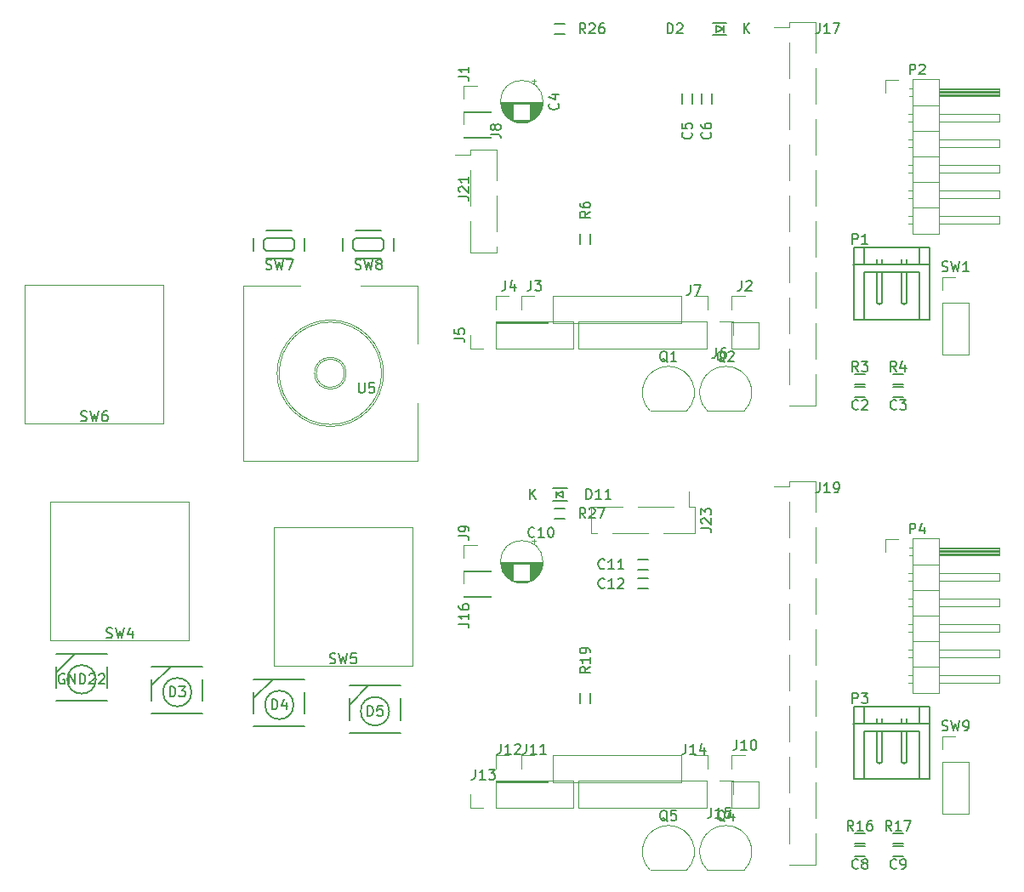
<source format=gto>
G04 #@! TF.GenerationSoftware,KiCad,Pcbnew,(5.1.5)-3*
G04 #@! TF.CreationDate,2020-09-25T18:15:40+09:00*
G04 #@! TF.ProjectId,lefthand,6c656674-6861-46e6-942e-6b696361645f,rev?*
G04 #@! TF.SameCoordinates,Original*
G04 #@! TF.FileFunction,Legend,Top*
G04 #@! TF.FilePolarity,Positive*
%FSLAX46Y46*%
G04 Gerber Fmt 4.6, Leading zero omitted, Abs format (unit mm)*
G04 Created by KiCad (PCBNEW (5.1.5)-3) date 2020-09-25 18:15:40*
%MOMM*%
%LPD*%
G04 APERTURE LIST*
%ADD10C,0.120000*%
%ADD11C,0.150000*%
G04 APERTURE END LIST*
D10*
X38650000Y-67225000D02*
X38650000Y-60425000D01*
X24850000Y-67225000D02*
X38650000Y-67225000D01*
X24850000Y-53425000D02*
X24850000Y-67225000D01*
X38650000Y-53425000D02*
X24850000Y-53425000D01*
X38650000Y-60425000D02*
X38650000Y-53425000D01*
D11*
X108458000Y-64643000D02*
X107442000Y-64643000D01*
X107442000Y-63627000D02*
X108458000Y-63627000D01*
X111252000Y-63627000D02*
X112268000Y-63627000D01*
X112268000Y-64643000D02*
X111252000Y-64643000D01*
D10*
X75690000Y-33125199D02*
X75290000Y-33125199D01*
X75490000Y-32925199D02*
X75490000Y-33325199D01*
X74665000Y-37276000D02*
X73925000Y-37276000D01*
X74832000Y-37236000D02*
X73758000Y-37236000D01*
X74959000Y-37196000D02*
X73631000Y-37196000D01*
X75063000Y-37156000D02*
X73527000Y-37156000D01*
X75154000Y-37116000D02*
X73436000Y-37116000D01*
X75235000Y-37076000D02*
X73355000Y-37076000D01*
X75308000Y-37036000D02*
X73282000Y-37036000D01*
X73455000Y-36996000D02*
X73215000Y-36996000D01*
X75375000Y-36996000D02*
X75135000Y-36996000D01*
X73455000Y-36956000D02*
X73153000Y-36956000D01*
X75437000Y-36956000D02*
X75135000Y-36956000D01*
X73455000Y-36916000D02*
X73095000Y-36916000D01*
X75495000Y-36916000D02*
X75135000Y-36916000D01*
X73455000Y-36876000D02*
X73041000Y-36876000D01*
X75549000Y-36876000D02*
X75135000Y-36876000D01*
X73455000Y-36836000D02*
X72991000Y-36836000D01*
X75599000Y-36836000D02*
X75135000Y-36836000D01*
X73455000Y-36796000D02*
X72944000Y-36796000D01*
X75646000Y-36796000D02*
X75135000Y-36796000D01*
X73455000Y-36756000D02*
X72899000Y-36756000D01*
X75691000Y-36756000D02*
X75135000Y-36756000D01*
X73455000Y-36716000D02*
X72857000Y-36716000D01*
X75733000Y-36716000D02*
X75135000Y-36716000D01*
X73455000Y-36676000D02*
X72817000Y-36676000D01*
X75773000Y-36676000D02*
X75135000Y-36676000D01*
X73455000Y-36636000D02*
X72779000Y-36636000D01*
X75811000Y-36636000D02*
X75135000Y-36636000D01*
X73455000Y-36596000D02*
X72743000Y-36596000D01*
X75847000Y-36596000D02*
X75135000Y-36596000D01*
X73455000Y-36556000D02*
X72708000Y-36556000D01*
X75882000Y-36556000D02*
X75135000Y-36556000D01*
X73455000Y-36516000D02*
X72676000Y-36516000D01*
X75914000Y-36516000D02*
X75135000Y-36516000D01*
X73455000Y-36476000D02*
X72645000Y-36476000D01*
X75945000Y-36476000D02*
X75135000Y-36476000D01*
X73455000Y-36436000D02*
X72615000Y-36436000D01*
X75975000Y-36436000D02*
X75135000Y-36436000D01*
X73455000Y-36396000D02*
X72587000Y-36396000D01*
X76003000Y-36396000D02*
X75135000Y-36396000D01*
X73455000Y-36356000D02*
X72560000Y-36356000D01*
X76030000Y-36356000D02*
X75135000Y-36356000D01*
X73455000Y-36316000D02*
X72535000Y-36316000D01*
X76055000Y-36316000D02*
X75135000Y-36316000D01*
X73455000Y-36276000D02*
X72510000Y-36276000D01*
X76080000Y-36276000D02*
X75135000Y-36276000D01*
X73455000Y-36236000D02*
X72487000Y-36236000D01*
X76103000Y-36236000D02*
X75135000Y-36236000D01*
X73455000Y-36196000D02*
X72465000Y-36196000D01*
X76125000Y-36196000D02*
X75135000Y-36196000D01*
X73455000Y-36156000D02*
X72444000Y-36156000D01*
X76146000Y-36156000D02*
X75135000Y-36156000D01*
X73455000Y-36116000D02*
X72425000Y-36116000D01*
X76165000Y-36116000D02*
X75135000Y-36116000D01*
X73455000Y-36076000D02*
X72406000Y-36076000D01*
X76184000Y-36076000D02*
X75135000Y-36076000D01*
X73455000Y-36036000D02*
X72388000Y-36036000D01*
X76202000Y-36036000D02*
X75135000Y-36036000D01*
X73455000Y-35996000D02*
X72371000Y-35996000D01*
X76219000Y-35996000D02*
X75135000Y-35996000D01*
X73455000Y-35956000D02*
X72355000Y-35956000D01*
X76235000Y-35956000D02*
X75135000Y-35956000D01*
X73455000Y-35916000D02*
X72341000Y-35916000D01*
X76249000Y-35916000D02*
X75135000Y-35916000D01*
X73455000Y-35875000D02*
X72327000Y-35875000D01*
X76263000Y-35875000D02*
X75135000Y-35875000D01*
X73455000Y-35835000D02*
X72313000Y-35835000D01*
X76277000Y-35835000D02*
X75135000Y-35835000D01*
X73455000Y-35795000D02*
X72301000Y-35795000D01*
X76289000Y-35795000D02*
X75135000Y-35795000D01*
X73455000Y-35755000D02*
X72290000Y-35755000D01*
X76300000Y-35755000D02*
X75135000Y-35755000D01*
X73455000Y-35715000D02*
X72279000Y-35715000D01*
X76311000Y-35715000D02*
X75135000Y-35715000D01*
X73455000Y-35675000D02*
X72270000Y-35675000D01*
X76320000Y-35675000D02*
X75135000Y-35675000D01*
X73455000Y-35635000D02*
X72261000Y-35635000D01*
X76329000Y-35635000D02*
X75135000Y-35635000D01*
X73455000Y-35595000D02*
X72253000Y-35595000D01*
X76337000Y-35595000D02*
X75135000Y-35595000D01*
X73455000Y-35555000D02*
X72245000Y-35555000D01*
X76345000Y-35555000D02*
X75135000Y-35555000D01*
X73455000Y-35515000D02*
X72239000Y-35515000D01*
X76351000Y-35515000D02*
X75135000Y-35515000D01*
X73455000Y-35475000D02*
X72233000Y-35475000D01*
X76357000Y-35475000D02*
X75135000Y-35475000D01*
X73455000Y-35435000D02*
X72228000Y-35435000D01*
X76362000Y-35435000D02*
X75135000Y-35435000D01*
X73455000Y-35395000D02*
X72224000Y-35395000D01*
X76366000Y-35395000D02*
X75135000Y-35395000D01*
X76369000Y-35355000D02*
X72221000Y-35355000D01*
X76372000Y-35315000D02*
X72218000Y-35315000D01*
X76374000Y-35275000D02*
X72216000Y-35275000D01*
X76375000Y-35235000D02*
X72215000Y-35235000D01*
X76375000Y-35195000D02*
X72215000Y-35195000D01*
X76415000Y-35195000D02*
G75*
G03X76415000Y-35195000I-2120000J0D01*
G01*
D11*
X91313000Y-34417000D02*
X91313000Y-35433000D01*
X90297000Y-35433000D02*
X90297000Y-34417000D01*
X92202000Y-35433000D02*
X92202000Y-34417000D01*
X93218000Y-34417000D02*
X93218000Y-35433000D01*
X108458000Y-110363000D02*
X107442000Y-110363000D01*
X107442000Y-109347000D02*
X108458000Y-109347000D01*
X111252000Y-109347000D02*
X112268000Y-109347000D01*
X112268000Y-110363000D02*
X111252000Y-110363000D01*
D10*
X75690000Y-78940199D02*
X75290000Y-78940199D01*
X75490000Y-78740199D02*
X75490000Y-79140199D01*
X74665000Y-83091000D02*
X73925000Y-83091000D01*
X74832000Y-83051000D02*
X73758000Y-83051000D01*
X74959000Y-83011000D02*
X73631000Y-83011000D01*
X75063000Y-82971000D02*
X73527000Y-82971000D01*
X75154000Y-82931000D02*
X73436000Y-82931000D01*
X75235000Y-82891000D02*
X73355000Y-82891000D01*
X75308000Y-82851000D02*
X73282000Y-82851000D01*
X73455000Y-82811000D02*
X73215000Y-82811000D01*
X75375000Y-82811000D02*
X75135000Y-82811000D01*
X73455000Y-82771000D02*
X73153000Y-82771000D01*
X75437000Y-82771000D02*
X75135000Y-82771000D01*
X73455000Y-82731000D02*
X73095000Y-82731000D01*
X75495000Y-82731000D02*
X75135000Y-82731000D01*
X73455000Y-82691000D02*
X73041000Y-82691000D01*
X75549000Y-82691000D02*
X75135000Y-82691000D01*
X73455000Y-82651000D02*
X72991000Y-82651000D01*
X75599000Y-82651000D02*
X75135000Y-82651000D01*
X73455000Y-82611000D02*
X72944000Y-82611000D01*
X75646000Y-82611000D02*
X75135000Y-82611000D01*
X73455000Y-82571000D02*
X72899000Y-82571000D01*
X75691000Y-82571000D02*
X75135000Y-82571000D01*
X73455000Y-82531000D02*
X72857000Y-82531000D01*
X75733000Y-82531000D02*
X75135000Y-82531000D01*
X73455000Y-82491000D02*
X72817000Y-82491000D01*
X75773000Y-82491000D02*
X75135000Y-82491000D01*
X73455000Y-82451000D02*
X72779000Y-82451000D01*
X75811000Y-82451000D02*
X75135000Y-82451000D01*
X73455000Y-82411000D02*
X72743000Y-82411000D01*
X75847000Y-82411000D02*
X75135000Y-82411000D01*
X73455000Y-82371000D02*
X72708000Y-82371000D01*
X75882000Y-82371000D02*
X75135000Y-82371000D01*
X73455000Y-82331000D02*
X72676000Y-82331000D01*
X75914000Y-82331000D02*
X75135000Y-82331000D01*
X73455000Y-82291000D02*
X72645000Y-82291000D01*
X75945000Y-82291000D02*
X75135000Y-82291000D01*
X73455000Y-82251000D02*
X72615000Y-82251000D01*
X75975000Y-82251000D02*
X75135000Y-82251000D01*
X73455000Y-82211000D02*
X72587000Y-82211000D01*
X76003000Y-82211000D02*
X75135000Y-82211000D01*
X73455000Y-82171000D02*
X72560000Y-82171000D01*
X76030000Y-82171000D02*
X75135000Y-82171000D01*
X73455000Y-82131000D02*
X72535000Y-82131000D01*
X76055000Y-82131000D02*
X75135000Y-82131000D01*
X73455000Y-82091000D02*
X72510000Y-82091000D01*
X76080000Y-82091000D02*
X75135000Y-82091000D01*
X73455000Y-82051000D02*
X72487000Y-82051000D01*
X76103000Y-82051000D02*
X75135000Y-82051000D01*
X73455000Y-82011000D02*
X72465000Y-82011000D01*
X76125000Y-82011000D02*
X75135000Y-82011000D01*
X73455000Y-81971000D02*
X72444000Y-81971000D01*
X76146000Y-81971000D02*
X75135000Y-81971000D01*
X73455000Y-81931000D02*
X72425000Y-81931000D01*
X76165000Y-81931000D02*
X75135000Y-81931000D01*
X73455000Y-81891000D02*
X72406000Y-81891000D01*
X76184000Y-81891000D02*
X75135000Y-81891000D01*
X73455000Y-81851000D02*
X72388000Y-81851000D01*
X76202000Y-81851000D02*
X75135000Y-81851000D01*
X73455000Y-81811000D02*
X72371000Y-81811000D01*
X76219000Y-81811000D02*
X75135000Y-81811000D01*
X73455000Y-81771000D02*
X72355000Y-81771000D01*
X76235000Y-81771000D02*
X75135000Y-81771000D01*
X73455000Y-81731000D02*
X72341000Y-81731000D01*
X76249000Y-81731000D02*
X75135000Y-81731000D01*
X73455000Y-81690000D02*
X72327000Y-81690000D01*
X76263000Y-81690000D02*
X75135000Y-81690000D01*
X73455000Y-81650000D02*
X72313000Y-81650000D01*
X76277000Y-81650000D02*
X75135000Y-81650000D01*
X73455000Y-81610000D02*
X72301000Y-81610000D01*
X76289000Y-81610000D02*
X75135000Y-81610000D01*
X73455000Y-81570000D02*
X72290000Y-81570000D01*
X76300000Y-81570000D02*
X75135000Y-81570000D01*
X73455000Y-81530000D02*
X72279000Y-81530000D01*
X76311000Y-81530000D02*
X75135000Y-81530000D01*
X73455000Y-81490000D02*
X72270000Y-81490000D01*
X76320000Y-81490000D02*
X75135000Y-81490000D01*
X73455000Y-81450000D02*
X72261000Y-81450000D01*
X76329000Y-81450000D02*
X75135000Y-81450000D01*
X73455000Y-81410000D02*
X72253000Y-81410000D01*
X76337000Y-81410000D02*
X75135000Y-81410000D01*
X73455000Y-81370000D02*
X72245000Y-81370000D01*
X76345000Y-81370000D02*
X75135000Y-81370000D01*
X73455000Y-81330000D02*
X72239000Y-81330000D01*
X76351000Y-81330000D02*
X75135000Y-81330000D01*
X73455000Y-81290000D02*
X72233000Y-81290000D01*
X76357000Y-81290000D02*
X75135000Y-81290000D01*
X73455000Y-81250000D02*
X72228000Y-81250000D01*
X76362000Y-81250000D02*
X75135000Y-81250000D01*
X73455000Y-81210000D02*
X72224000Y-81210000D01*
X76366000Y-81210000D02*
X75135000Y-81210000D01*
X76369000Y-81170000D02*
X72221000Y-81170000D01*
X76372000Y-81130000D02*
X72218000Y-81130000D01*
X76374000Y-81090000D02*
X72216000Y-81090000D01*
X76375000Y-81050000D02*
X72215000Y-81050000D01*
X76375000Y-81010000D02*
X72215000Y-81010000D01*
X76415000Y-81010000D02*
G75*
G03X76415000Y-81010000I-2120000J0D01*
G01*
D11*
X86868000Y-81788000D02*
X85852000Y-81788000D01*
X85852000Y-80772000D02*
X86868000Y-80772000D01*
X85852000Y-82677000D02*
X86868000Y-82677000D01*
X86868000Y-83693000D02*
X85852000Y-83693000D01*
D10*
X68520000Y-33595000D02*
X69850000Y-33595000D01*
X68520000Y-34925000D02*
X68520000Y-33595000D01*
X68520000Y-36195000D02*
X71180000Y-36195000D01*
X71180000Y-36195000D02*
X71180000Y-36255000D01*
X68520000Y-36195000D02*
X68520000Y-36255000D01*
X68520000Y-36255000D02*
X71180000Y-36255000D01*
X74235000Y-54550000D02*
X75565000Y-54550000D01*
X74235000Y-55880000D02*
X74235000Y-54550000D01*
X74235000Y-57150000D02*
X76895000Y-57150000D01*
X76895000Y-57150000D02*
X76895000Y-57210000D01*
X74235000Y-57150000D02*
X74235000Y-57210000D01*
X74235000Y-57210000D02*
X76895000Y-57210000D01*
X71695000Y-54550000D02*
X73025000Y-54550000D01*
X71695000Y-55880000D02*
X71695000Y-54550000D01*
X71695000Y-57150000D02*
X74355000Y-57150000D01*
X74355000Y-57150000D02*
X74355000Y-57210000D01*
X71695000Y-57150000D02*
X71695000Y-57210000D01*
X71695000Y-57210000D02*
X74355000Y-57210000D01*
X69155000Y-59750000D02*
X69155000Y-58420000D01*
X70485000Y-59750000D02*
X69155000Y-59750000D01*
X71755000Y-59750000D02*
X71755000Y-57090000D01*
X71755000Y-57090000D02*
X79435000Y-57090000D01*
X71755000Y-59750000D02*
X79435000Y-59750000D01*
X79435000Y-59750000D02*
X79435000Y-57090000D01*
X95310000Y-57090000D02*
X95310000Y-58420000D01*
X93980000Y-57090000D02*
X95310000Y-57090000D01*
X92710000Y-57090000D02*
X92710000Y-59750000D01*
X92710000Y-59750000D02*
X79950000Y-59750000D01*
X92710000Y-57090000D02*
X79950000Y-57090000D01*
X79950000Y-57090000D02*
X79950000Y-59750000D01*
X92770000Y-54550000D02*
X92770000Y-55880000D01*
X91440000Y-54550000D02*
X92770000Y-54550000D01*
X90170000Y-54550000D02*
X90170000Y-57210000D01*
X90170000Y-57210000D02*
X77410000Y-57210000D01*
X90170000Y-54550000D02*
X77410000Y-54550000D01*
X77410000Y-54550000D02*
X77410000Y-57210000D01*
X68520000Y-36135000D02*
X69850000Y-36135000D01*
X68520000Y-37465000D02*
X68520000Y-36135000D01*
X68520000Y-38735000D02*
X71180000Y-38735000D01*
X71180000Y-38735000D02*
X71180000Y-38795000D01*
X68520000Y-38735000D02*
X68520000Y-38795000D01*
X68520000Y-38795000D02*
X71180000Y-38795000D01*
X68520000Y-79315000D02*
X69850000Y-79315000D01*
X68520000Y-80645000D02*
X68520000Y-79315000D01*
X68520000Y-81915000D02*
X71180000Y-81915000D01*
X71180000Y-81915000D02*
X71180000Y-81975000D01*
X68520000Y-81915000D02*
X68520000Y-81975000D01*
X68520000Y-81975000D02*
X71180000Y-81975000D01*
X95190000Y-100270000D02*
X96520000Y-100270000D01*
X95190000Y-101600000D02*
X95190000Y-100270000D01*
X95190000Y-102870000D02*
X97850000Y-102870000D01*
X97850000Y-102870000D02*
X97850000Y-105470000D01*
X95190000Y-102870000D02*
X95190000Y-105470000D01*
X95190000Y-105470000D02*
X97850000Y-105470000D01*
X74235000Y-100270000D02*
X75565000Y-100270000D01*
X74235000Y-101600000D02*
X74235000Y-100270000D01*
X74235000Y-102870000D02*
X76895000Y-102870000D01*
X76895000Y-102870000D02*
X76895000Y-102930000D01*
X74235000Y-102870000D02*
X74235000Y-102930000D01*
X74235000Y-102930000D02*
X76895000Y-102930000D01*
X71695000Y-100270000D02*
X73025000Y-100270000D01*
X71695000Y-101600000D02*
X71695000Y-100270000D01*
X71695000Y-102870000D02*
X74355000Y-102870000D01*
X74355000Y-102870000D02*
X74355000Y-102930000D01*
X71695000Y-102870000D02*
X71695000Y-102930000D01*
X71695000Y-102930000D02*
X74355000Y-102930000D01*
X69155000Y-105470000D02*
X69155000Y-104140000D01*
X70485000Y-105470000D02*
X69155000Y-105470000D01*
X71755000Y-105470000D02*
X71755000Y-102810000D01*
X71755000Y-102810000D02*
X79435000Y-102810000D01*
X71755000Y-105470000D02*
X79435000Y-105470000D01*
X79435000Y-105470000D02*
X79435000Y-102810000D01*
X92770000Y-100270000D02*
X92770000Y-101600000D01*
X91440000Y-100270000D02*
X92770000Y-100270000D01*
X90170000Y-100270000D02*
X90170000Y-102930000D01*
X90170000Y-102930000D02*
X77410000Y-102930000D01*
X90170000Y-100270000D02*
X77410000Y-100270000D01*
X77410000Y-100270000D02*
X77410000Y-102930000D01*
X95310000Y-102810000D02*
X95310000Y-104140000D01*
X93980000Y-102810000D02*
X95310000Y-102810000D01*
X92710000Y-102810000D02*
X92710000Y-105470000D01*
X92710000Y-105470000D02*
X79950000Y-105470000D01*
X92710000Y-102810000D02*
X79950000Y-102810000D01*
X79950000Y-102810000D02*
X79950000Y-105470000D01*
X68520000Y-81855000D02*
X69850000Y-81855000D01*
X68520000Y-83185000D02*
X68520000Y-81855000D01*
X68520000Y-84455000D02*
X71180000Y-84455000D01*
X71180000Y-84455000D02*
X71180000Y-84515000D01*
X68520000Y-84455000D02*
X68520000Y-84515000D01*
X68520000Y-84515000D02*
X71180000Y-84515000D01*
D11*
X112675000Y-56865000D02*
X112375000Y-56865000D01*
X113875000Y-56865000D02*
X108675000Y-56865000D01*
X107375000Y-51365000D02*
X107375000Y-56865000D01*
X107375000Y-50165000D02*
X107375000Y-51365000D01*
X108575000Y-56865000D02*
X107375000Y-56865000D01*
X108775000Y-56865000D02*
X108575000Y-56865000D01*
X114875000Y-56865000D02*
X113875000Y-56865000D01*
X114875000Y-50165000D02*
X114875000Y-56865000D01*
X107375000Y-49665000D02*
X114875000Y-49665000D01*
X114875000Y-49965000D02*
X114875000Y-49665000D01*
X114875000Y-50165000D02*
X114875000Y-49965000D01*
X107375000Y-49665000D02*
X107375000Y-50165000D01*
X113875000Y-52165000D02*
X113875000Y-56165000D01*
X113875000Y-52165000D02*
X108875000Y-52165000D01*
X113875000Y-56165000D02*
X113875000Y-56915000D01*
X108375000Y-52165000D02*
X108375000Y-56915000D01*
X108875000Y-52165000D02*
X108375000Y-52165000D01*
X112625000Y-52165000D02*
X112625000Y-55165000D01*
X112125000Y-52165000D02*
X112125000Y-55165000D01*
X109625000Y-55165000D02*
X109625000Y-52165000D01*
X109875000Y-55415000D02*
X109625000Y-55165000D01*
X110125000Y-55165000D02*
X109875000Y-55415000D01*
X110125000Y-52165000D02*
X110125000Y-55165000D01*
X112375000Y-55415000D02*
X112125000Y-55165000D01*
X112625000Y-55165000D02*
X112375000Y-55415000D01*
X113875000Y-51415000D02*
X113875000Y-49665000D01*
X108375000Y-51415000D02*
X108375000Y-49665000D01*
X112625000Y-51165000D02*
X112625000Y-51415000D01*
X112625000Y-51165000D02*
X112625000Y-50915000D01*
X112125000Y-51415000D02*
X112125000Y-50915000D01*
X110125000Y-51415000D02*
X110125000Y-50915000D01*
X109625000Y-51415000D02*
X109625000Y-51165000D01*
X109625000Y-50915000D02*
X109625000Y-51165000D01*
X114935000Y-51435000D02*
X107315000Y-51435000D01*
X112675000Y-102585000D02*
X112375000Y-102585000D01*
X113875000Y-102585000D02*
X108675000Y-102585000D01*
X107375000Y-97085000D02*
X107375000Y-102585000D01*
X107375000Y-95885000D02*
X107375000Y-97085000D01*
X108575000Y-102585000D02*
X107375000Y-102585000D01*
X108775000Y-102585000D02*
X108575000Y-102585000D01*
X114875000Y-102585000D02*
X113875000Y-102585000D01*
X114875000Y-95885000D02*
X114875000Y-102585000D01*
X107375000Y-95385000D02*
X114875000Y-95385000D01*
X114875000Y-95685000D02*
X114875000Y-95385000D01*
X114875000Y-95885000D02*
X114875000Y-95685000D01*
X107375000Y-95385000D02*
X107375000Y-95885000D01*
X113875000Y-97885000D02*
X113875000Y-101885000D01*
X113875000Y-97885000D02*
X108875000Y-97885000D01*
X113875000Y-101885000D02*
X113875000Y-102635000D01*
X108375000Y-97885000D02*
X108375000Y-102635000D01*
X108875000Y-97885000D02*
X108375000Y-97885000D01*
X112625000Y-97885000D02*
X112625000Y-100885000D01*
X112125000Y-97885000D02*
X112125000Y-100885000D01*
X109625000Y-100885000D02*
X109625000Y-97885000D01*
X109875000Y-101135000D02*
X109625000Y-100885000D01*
X110125000Y-100885000D02*
X109875000Y-101135000D01*
X110125000Y-97885000D02*
X110125000Y-100885000D01*
X112375000Y-101135000D02*
X112125000Y-100885000D01*
X112625000Y-100885000D02*
X112375000Y-101135000D01*
X113875000Y-97135000D02*
X113875000Y-95385000D01*
X108375000Y-97135000D02*
X108375000Y-95385000D01*
X112625000Y-96885000D02*
X112625000Y-97135000D01*
X112625000Y-96885000D02*
X112625000Y-96635000D01*
X112125000Y-97135000D02*
X112125000Y-96635000D01*
X110125000Y-97135000D02*
X110125000Y-96635000D01*
X109625000Y-97135000D02*
X109625000Y-96885000D01*
X109625000Y-96635000D02*
X109625000Y-96885000D01*
X114935000Y-97155000D02*
X107315000Y-97155000D01*
D10*
X90738478Y-65973478D02*
G75*
G03X88900000Y-61535000I-1838478J1838478D01*
G01*
X87061522Y-65973478D02*
G75*
G02X88900000Y-61535000I1838478J1838478D01*
G01*
X87100000Y-65985000D02*
X90700000Y-65985000D01*
X96453478Y-65973478D02*
G75*
G03X94615000Y-61535000I-1838478J1838478D01*
G01*
X92776522Y-65973478D02*
G75*
G02X94615000Y-61535000I1838478J1838478D01*
G01*
X92815000Y-65985000D02*
X96415000Y-65985000D01*
X96453478Y-111693478D02*
G75*
G03X94615000Y-107255000I-1838478J1838478D01*
G01*
X92776522Y-111693478D02*
G75*
G02X94615000Y-107255000I1838478J1838478D01*
G01*
X92815000Y-111705000D02*
X96415000Y-111705000D01*
X90738478Y-111693478D02*
G75*
G03X88900000Y-107255000I-1838478J1838478D01*
G01*
X87061522Y-111693478D02*
G75*
G02X88900000Y-107255000I1838478J1838478D01*
G01*
X87100000Y-111705000D02*
X90700000Y-111705000D01*
D11*
X107442000Y-62357000D02*
X108458000Y-62357000D01*
X108458000Y-63373000D02*
X107442000Y-63373000D01*
X112268000Y-63373000D02*
X111252000Y-63373000D01*
X111252000Y-62357000D02*
X112268000Y-62357000D01*
X81153000Y-48387000D02*
X81153000Y-49403000D01*
X80137000Y-49403000D02*
X80137000Y-48387000D01*
X107442000Y-108077000D02*
X108458000Y-108077000D01*
X108458000Y-109093000D02*
X107442000Y-109093000D01*
X112268000Y-109093000D02*
X111252000Y-109093000D01*
X111252000Y-108077000D02*
X112268000Y-108077000D01*
X81153000Y-94107000D02*
X81153000Y-95123000D01*
X80137000Y-95123000D02*
X80137000Y-94107000D01*
D10*
X116145000Y-52645000D02*
X117475000Y-52645000D01*
X116145000Y-53975000D02*
X116145000Y-52645000D01*
X116145000Y-55245000D02*
X118805000Y-55245000D01*
X118805000Y-55245000D02*
X118805000Y-60385000D01*
X116145000Y-55245000D02*
X116145000Y-60385000D01*
X116145000Y-60385000D02*
X118805000Y-60385000D01*
D11*
X51435000Y-50038000D02*
X51689000Y-49784000D01*
X48895000Y-50038000D02*
X51435000Y-50038000D01*
X48641000Y-49784000D02*
X48895000Y-50038000D01*
X48641000Y-49022000D02*
X48641000Y-49784000D01*
X48895000Y-48768000D02*
X48641000Y-49022000D01*
X51435000Y-48768000D02*
X48895000Y-48768000D01*
X51689000Y-49022000D02*
X51435000Y-48768000D01*
X51689000Y-49784000D02*
X51689000Y-49022000D01*
X47625000Y-50038000D02*
X47625000Y-48768000D01*
X48895000Y-50800000D02*
X51435000Y-50800000D01*
X51435000Y-48006000D02*
X48895000Y-48006000D01*
X52705000Y-50038000D02*
X52705000Y-48768000D01*
X60325000Y-50038000D02*
X60579000Y-49784000D01*
X57785000Y-50038000D02*
X60325000Y-50038000D01*
X57531000Y-49784000D02*
X57785000Y-50038000D01*
X57531000Y-49022000D02*
X57531000Y-49784000D01*
X57785000Y-48768000D02*
X57531000Y-49022000D01*
X60325000Y-48768000D02*
X57785000Y-48768000D01*
X60579000Y-49022000D02*
X60325000Y-48768000D01*
X60579000Y-49784000D02*
X60579000Y-49022000D01*
X56515000Y-50038000D02*
X56515000Y-48768000D01*
X57785000Y-50800000D02*
X60325000Y-50800000D01*
X60325000Y-48006000D02*
X57785000Y-48006000D01*
X61595000Y-50038000D02*
X61595000Y-48768000D01*
D10*
X116145000Y-98365000D02*
X117475000Y-98365000D01*
X116145000Y-99695000D02*
X116145000Y-98365000D01*
X116145000Y-100965000D02*
X118805000Y-100965000D01*
X118805000Y-100965000D02*
X118805000Y-106105000D01*
X116145000Y-100965000D02*
X116145000Y-106105000D01*
X116145000Y-106105000D02*
X118805000Y-106105000D01*
X56645000Y-62230000D02*
G75*
G03X56645000Y-62230000I-1400000J0D01*
G01*
X60545000Y-62230000D02*
G75*
G03X60545000Y-62230000I-5300000J0D01*
G01*
X60344020Y-62230000D02*
G75*
G03X60344020Y-62230000I-5099020J0D01*
G01*
X56826139Y-62230000D02*
G75*
G03X56826139Y-62230000I-1581139J0D01*
G01*
X63945000Y-65230000D02*
X63945000Y-70930000D01*
X63945000Y-53530000D02*
X63945000Y-59230000D01*
X58245000Y-53530000D02*
X63945000Y-53530000D01*
X46545000Y-53530000D02*
X52245000Y-53530000D01*
X46545000Y-70930000D02*
X63945000Y-70930000D01*
X46545000Y-53530000D02*
X46545000Y-70930000D01*
X100905000Y-105535000D02*
X100905000Y-109095000D01*
X100905000Y-100455000D02*
X100905000Y-104015000D01*
X100905000Y-95375000D02*
X100905000Y-98935000D01*
X100905000Y-90295000D02*
X100905000Y-93855000D01*
X100905000Y-85215000D02*
X100905000Y-88775000D01*
X100905000Y-80135000D02*
X100905000Y-83695000D01*
X100905000Y-75055000D02*
X100905000Y-78615000D01*
X103565000Y-108075000D02*
X103565000Y-111185000D01*
X103565000Y-102995000D02*
X103565000Y-106555000D01*
X103565000Y-97915000D02*
X103565000Y-101475000D01*
X103565000Y-92835000D02*
X103565000Y-96395000D01*
X103565000Y-87755000D02*
X103565000Y-91315000D01*
X103565000Y-82675000D02*
X103565000Y-86235000D01*
X103565000Y-77595000D02*
X103565000Y-81155000D01*
X103565000Y-110615000D02*
X103565000Y-111185000D01*
X100905000Y-72965000D02*
X100905000Y-73535000D01*
X100905000Y-73535000D02*
X99385000Y-73535000D01*
X103565000Y-72965000D02*
X103565000Y-76075000D01*
X100905000Y-111185000D02*
X103565000Y-111185000D01*
X100905000Y-72965000D02*
X103565000Y-72965000D01*
D11*
X93680000Y-27640000D02*
X94380000Y-27940000D01*
X93680000Y-28240000D02*
X93680000Y-27640000D01*
X94380000Y-27940000D02*
X93680000Y-28240000D01*
X93280000Y-27340000D02*
X94680000Y-27340000D01*
X94680000Y-28540000D02*
X93280000Y-28540000D01*
X94380000Y-28240000D02*
X94380000Y-27640000D01*
X78405000Y-74595000D02*
X77705000Y-74295000D01*
X78405000Y-73995000D02*
X78405000Y-74595000D01*
X77705000Y-74295000D02*
X78405000Y-73995000D01*
X78805000Y-74895000D02*
X77405000Y-74895000D01*
X77405000Y-73695000D02*
X78805000Y-73695000D01*
X77705000Y-73995000D02*
X77705000Y-74595000D01*
D10*
X69155000Y-47115000D02*
X69155000Y-50225000D01*
X69155000Y-42035000D02*
X69155000Y-45595000D01*
X71815000Y-44575000D02*
X71815000Y-48135000D01*
X71815000Y-49655000D02*
X71815000Y-50225000D01*
X69155000Y-39945000D02*
X69155000Y-40515000D01*
X69155000Y-40515000D02*
X67635000Y-40515000D01*
X71815000Y-39945000D02*
X71815000Y-43055000D01*
X69155000Y-50225000D02*
X71815000Y-50225000D01*
X69155000Y-39945000D02*
X71815000Y-39945000D01*
X84330000Y-75505000D02*
X81220000Y-75505000D01*
X89410000Y-75505000D02*
X85850000Y-75505000D01*
X86870000Y-78165000D02*
X83310000Y-78165000D01*
X81790000Y-78165000D02*
X81220000Y-78165000D01*
X91500000Y-75505000D02*
X90930000Y-75505000D01*
X90930000Y-75505000D02*
X90930000Y-73985000D01*
X91500000Y-78165000D02*
X88390000Y-78165000D01*
X81220000Y-75505000D02*
X81220000Y-78165000D01*
X91500000Y-75505000D02*
X91500000Y-78165000D01*
D11*
X77597000Y-27432000D02*
X78613000Y-27432000D01*
X78613000Y-28448000D02*
X77597000Y-28448000D01*
X77597000Y-75692000D02*
X78613000Y-75692000D01*
X78613000Y-76708000D02*
X77597000Y-76708000D01*
X42545000Y-91440000D02*
X37465000Y-91440000D01*
X37465000Y-96139000D02*
X42545000Y-96139000D01*
X37465000Y-93345000D02*
X39370000Y-91440000D01*
X41424903Y-93980000D02*
G75*
G03X41424903Y-93980000I-1419903J0D01*
G01*
X37465000Y-94869000D02*
X37465000Y-92710000D01*
X42545000Y-94869000D02*
X42545000Y-92710000D01*
X52705000Y-92710000D02*
X47625000Y-92710000D01*
X47625000Y-97409000D02*
X52705000Y-97409000D01*
X47625000Y-94615000D02*
X49530000Y-92710000D01*
X51584903Y-95250000D02*
G75*
G03X51584903Y-95250000I-1419903J0D01*
G01*
X47625000Y-96139000D02*
X47625000Y-93980000D01*
X52705000Y-96139000D02*
X52705000Y-93980000D01*
X62230000Y-93345000D02*
X57150000Y-93345000D01*
X57150000Y-98044000D02*
X62230000Y-98044000D01*
X57150000Y-95250000D02*
X59055000Y-93345000D01*
X61109903Y-95885000D02*
G75*
G03X61109903Y-95885000I-1419903J0D01*
G01*
X57150000Y-96774000D02*
X57150000Y-94615000D01*
X62230000Y-96774000D02*
X62230000Y-94615000D01*
X33020000Y-90170000D02*
X27940000Y-90170000D01*
X27940000Y-94869000D02*
X33020000Y-94869000D01*
X27940000Y-92075000D02*
X29845000Y-90170000D01*
X31899903Y-92710000D02*
G75*
G03X31899903Y-92710000I-1419903J0D01*
G01*
X27940000Y-93599000D02*
X27940000Y-91440000D01*
X33020000Y-93599000D02*
X33020000Y-91440000D01*
D10*
X95190000Y-54550000D02*
X96520000Y-54550000D01*
X95190000Y-55880000D02*
X95190000Y-54550000D01*
X95190000Y-57150000D02*
X97850000Y-57150000D01*
X97850000Y-57150000D02*
X97850000Y-59750000D01*
X95190000Y-57150000D02*
X95190000Y-59750000D01*
X95190000Y-59750000D02*
X97850000Y-59750000D01*
X100905000Y-59815000D02*
X100905000Y-63375000D01*
X100905000Y-54735000D02*
X100905000Y-58295000D01*
X100905000Y-49655000D02*
X100905000Y-53215000D01*
X100905000Y-44575000D02*
X100905000Y-48135000D01*
X100905000Y-39495000D02*
X100905000Y-43055000D01*
X100905000Y-34415000D02*
X100905000Y-37975000D01*
X100905000Y-29335000D02*
X100905000Y-32895000D01*
X103565000Y-62355000D02*
X103565000Y-65465000D01*
X103565000Y-57275000D02*
X103565000Y-60835000D01*
X103565000Y-52195000D02*
X103565000Y-55755000D01*
X103565000Y-47115000D02*
X103565000Y-50675000D01*
X103565000Y-42035000D02*
X103565000Y-45595000D01*
X103565000Y-36955000D02*
X103565000Y-40515000D01*
X103565000Y-31875000D02*
X103565000Y-35435000D01*
X103565000Y-64895000D02*
X103565000Y-65465000D01*
X100905000Y-27245000D02*
X100905000Y-27815000D01*
X100905000Y-27815000D02*
X99385000Y-27815000D01*
X103565000Y-27245000D02*
X103565000Y-30355000D01*
X100905000Y-65465000D02*
X103565000Y-65465000D01*
X100905000Y-27245000D02*
X103565000Y-27245000D01*
X110490000Y-33020000D02*
X111760000Y-33020000D01*
X110490000Y-34290000D02*
X110490000Y-33020000D01*
X112802929Y-47370000D02*
X113200000Y-47370000D01*
X112802929Y-46610000D02*
X113200000Y-46610000D01*
X121860000Y-47370000D02*
X115860000Y-47370000D01*
X121860000Y-46610000D02*
X121860000Y-47370000D01*
X115860000Y-46610000D02*
X121860000Y-46610000D01*
X113200000Y-45720000D02*
X115860000Y-45720000D01*
X112802929Y-44830000D02*
X113200000Y-44830000D01*
X112802929Y-44070000D02*
X113200000Y-44070000D01*
X121860000Y-44830000D02*
X115860000Y-44830000D01*
X121860000Y-44070000D02*
X121860000Y-44830000D01*
X115860000Y-44070000D02*
X121860000Y-44070000D01*
X113200000Y-43180000D02*
X115860000Y-43180000D01*
X112802929Y-42290000D02*
X113200000Y-42290000D01*
X112802929Y-41530000D02*
X113200000Y-41530000D01*
X121860000Y-42290000D02*
X115860000Y-42290000D01*
X121860000Y-41530000D02*
X121860000Y-42290000D01*
X115860000Y-41530000D02*
X121860000Y-41530000D01*
X113200000Y-40640000D02*
X115860000Y-40640000D01*
X112802929Y-39750000D02*
X113200000Y-39750000D01*
X112802929Y-38990000D02*
X113200000Y-38990000D01*
X121860000Y-39750000D02*
X115860000Y-39750000D01*
X121860000Y-38990000D02*
X121860000Y-39750000D01*
X115860000Y-38990000D02*
X121860000Y-38990000D01*
X113200000Y-38100000D02*
X115860000Y-38100000D01*
X112802929Y-37210000D02*
X113200000Y-37210000D01*
X112802929Y-36450000D02*
X113200000Y-36450000D01*
X121860000Y-37210000D02*
X115860000Y-37210000D01*
X121860000Y-36450000D02*
X121860000Y-37210000D01*
X115860000Y-36450000D02*
X121860000Y-36450000D01*
X113200000Y-35560000D02*
X115860000Y-35560000D01*
X112870000Y-34670000D02*
X113200000Y-34670000D01*
X112870000Y-33910000D02*
X113200000Y-33910000D01*
X115860000Y-34570000D02*
X121860000Y-34570000D01*
X115860000Y-34450000D02*
X121860000Y-34450000D01*
X115860000Y-34330000D02*
X121860000Y-34330000D01*
X115860000Y-34210000D02*
X121860000Y-34210000D01*
X115860000Y-34090000D02*
X121860000Y-34090000D01*
X115860000Y-33970000D02*
X121860000Y-33970000D01*
X121860000Y-34670000D02*
X115860000Y-34670000D01*
X121860000Y-33910000D02*
X121860000Y-34670000D01*
X115860000Y-33910000D02*
X121860000Y-33910000D01*
X115860000Y-32960000D02*
X113200000Y-32960000D01*
X115860000Y-48320000D02*
X115860000Y-32960000D01*
X113200000Y-48320000D02*
X115860000Y-48320000D01*
X113200000Y-32960000D02*
X113200000Y-48320000D01*
X110490000Y-78740000D02*
X111760000Y-78740000D01*
X110490000Y-80010000D02*
X110490000Y-78740000D01*
X112802929Y-93090000D02*
X113200000Y-93090000D01*
X112802929Y-92330000D02*
X113200000Y-92330000D01*
X121860000Y-93090000D02*
X115860000Y-93090000D01*
X121860000Y-92330000D02*
X121860000Y-93090000D01*
X115860000Y-92330000D02*
X121860000Y-92330000D01*
X113200000Y-91440000D02*
X115860000Y-91440000D01*
X112802929Y-90550000D02*
X113200000Y-90550000D01*
X112802929Y-89790000D02*
X113200000Y-89790000D01*
X121860000Y-90550000D02*
X115860000Y-90550000D01*
X121860000Y-89790000D02*
X121860000Y-90550000D01*
X115860000Y-89790000D02*
X121860000Y-89790000D01*
X113200000Y-88900000D02*
X115860000Y-88900000D01*
X112802929Y-88010000D02*
X113200000Y-88010000D01*
X112802929Y-87250000D02*
X113200000Y-87250000D01*
X121860000Y-88010000D02*
X115860000Y-88010000D01*
X121860000Y-87250000D02*
X121860000Y-88010000D01*
X115860000Y-87250000D02*
X121860000Y-87250000D01*
X113200000Y-86360000D02*
X115860000Y-86360000D01*
X112802929Y-85470000D02*
X113200000Y-85470000D01*
X112802929Y-84710000D02*
X113200000Y-84710000D01*
X121860000Y-85470000D02*
X115860000Y-85470000D01*
X121860000Y-84710000D02*
X121860000Y-85470000D01*
X115860000Y-84710000D02*
X121860000Y-84710000D01*
X113200000Y-83820000D02*
X115860000Y-83820000D01*
X112802929Y-82930000D02*
X113200000Y-82930000D01*
X112802929Y-82170000D02*
X113200000Y-82170000D01*
X121860000Y-82930000D02*
X115860000Y-82930000D01*
X121860000Y-82170000D02*
X121860000Y-82930000D01*
X115860000Y-82170000D02*
X121860000Y-82170000D01*
X113200000Y-81280000D02*
X115860000Y-81280000D01*
X112870000Y-80390000D02*
X113200000Y-80390000D01*
X112870000Y-79630000D02*
X113200000Y-79630000D01*
X115860000Y-80290000D02*
X121860000Y-80290000D01*
X115860000Y-80170000D02*
X121860000Y-80170000D01*
X115860000Y-80050000D02*
X121860000Y-80050000D01*
X115860000Y-79930000D02*
X121860000Y-79930000D01*
X115860000Y-79810000D02*
X121860000Y-79810000D01*
X115860000Y-79690000D02*
X121860000Y-79690000D01*
X121860000Y-80390000D02*
X115860000Y-80390000D01*
X121860000Y-79630000D02*
X121860000Y-80390000D01*
X115860000Y-79630000D02*
X121860000Y-79630000D01*
X115860000Y-78680000D02*
X113200000Y-78680000D01*
X115860000Y-94040000D02*
X115860000Y-78680000D01*
X113200000Y-94040000D02*
X115860000Y-94040000D01*
X113200000Y-78680000D02*
X113200000Y-94040000D01*
X41190000Y-88815000D02*
X41190000Y-82015000D01*
X27390000Y-88815000D02*
X41190000Y-88815000D01*
X27390000Y-75015000D02*
X27390000Y-88815000D01*
X41190000Y-75015000D02*
X27390000Y-75015000D01*
X41190000Y-82015000D02*
X41190000Y-75015000D01*
X63415000Y-91355000D02*
X63415000Y-84555000D01*
X49615000Y-91355000D02*
X63415000Y-91355000D01*
X49615000Y-77555000D02*
X49615000Y-91355000D01*
X63415000Y-77555000D02*
X49615000Y-77555000D01*
X63415000Y-84555000D02*
X63415000Y-77555000D01*
D11*
X30416666Y-66944761D02*
X30559523Y-66992380D01*
X30797619Y-66992380D01*
X30892857Y-66944761D01*
X30940476Y-66897142D01*
X30988095Y-66801904D01*
X30988095Y-66706666D01*
X30940476Y-66611428D01*
X30892857Y-66563809D01*
X30797619Y-66516190D01*
X30607142Y-66468571D01*
X30511904Y-66420952D01*
X30464285Y-66373333D01*
X30416666Y-66278095D01*
X30416666Y-66182857D01*
X30464285Y-66087619D01*
X30511904Y-66040000D01*
X30607142Y-65992380D01*
X30845238Y-65992380D01*
X30988095Y-66040000D01*
X31321428Y-65992380D02*
X31559523Y-66992380D01*
X31750000Y-66278095D01*
X31940476Y-66992380D01*
X32178571Y-65992380D01*
X32988095Y-65992380D02*
X32797619Y-65992380D01*
X32702380Y-66040000D01*
X32654761Y-66087619D01*
X32559523Y-66230476D01*
X32511904Y-66420952D01*
X32511904Y-66801904D01*
X32559523Y-66897142D01*
X32607142Y-66944761D01*
X32702380Y-66992380D01*
X32892857Y-66992380D01*
X32988095Y-66944761D01*
X33035714Y-66897142D01*
X33083333Y-66801904D01*
X33083333Y-66563809D01*
X33035714Y-66468571D01*
X32988095Y-66420952D01*
X32892857Y-66373333D01*
X32702380Y-66373333D01*
X32607142Y-66420952D01*
X32559523Y-66468571D01*
X32511904Y-66563809D01*
X107783333Y-65762142D02*
X107735714Y-65809761D01*
X107592857Y-65857380D01*
X107497619Y-65857380D01*
X107354761Y-65809761D01*
X107259523Y-65714523D01*
X107211904Y-65619285D01*
X107164285Y-65428809D01*
X107164285Y-65285952D01*
X107211904Y-65095476D01*
X107259523Y-65000238D01*
X107354761Y-64905000D01*
X107497619Y-64857380D01*
X107592857Y-64857380D01*
X107735714Y-64905000D01*
X107783333Y-64952619D01*
X108164285Y-64952619D02*
X108211904Y-64905000D01*
X108307142Y-64857380D01*
X108545238Y-64857380D01*
X108640476Y-64905000D01*
X108688095Y-64952619D01*
X108735714Y-65047857D01*
X108735714Y-65143095D01*
X108688095Y-65285952D01*
X108116666Y-65857380D01*
X108735714Y-65857380D01*
X111593333Y-65762142D02*
X111545714Y-65809761D01*
X111402857Y-65857380D01*
X111307619Y-65857380D01*
X111164761Y-65809761D01*
X111069523Y-65714523D01*
X111021904Y-65619285D01*
X110974285Y-65428809D01*
X110974285Y-65285952D01*
X111021904Y-65095476D01*
X111069523Y-65000238D01*
X111164761Y-64905000D01*
X111307619Y-64857380D01*
X111402857Y-64857380D01*
X111545714Y-64905000D01*
X111593333Y-64952619D01*
X111926666Y-64857380D02*
X112545714Y-64857380D01*
X112212380Y-65238333D01*
X112355238Y-65238333D01*
X112450476Y-65285952D01*
X112498095Y-65333571D01*
X112545714Y-65428809D01*
X112545714Y-65666904D01*
X112498095Y-65762142D01*
X112450476Y-65809761D01*
X112355238Y-65857380D01*
X112069523Y-65857380D01*
X111974285Y-65809761D01*
X111926666Y-65762142D01*
X77902142Y-35361666D02*
X77949761Y-35409285D01*
X77997380Y-35552142D01*
X77997380Y-35647380D01*
X77949761Y-35790238D01*
X77854523Y-35885476D01*
X77759285Y-35933095D01*
X77568809Y-35980714D01*
X77425952Y-35980714D01*
X77235476Y-35933095D01*
X77140238Y-35885476D01*
X77045000Y-35790238D01*
X76997380Y-35647380D01*
X76997380Y-35552142D01*
X77045000Y-35409285D01*
X77092619Y-35361666D01*
X77330714Y-34504523D02*
X77997380Y-34504523D01*
X76949761Y-34742619D02*
X77664047Y-34980714D01*
X77664047Y-34361666D01*
X91162142Y-38266666D02*
X91209761Y-38314285D01*
X91257380Y-38457142D01*
X91257380Y-38552380D01*
X91209761Y-38695238D01*
X91114523Y-38790476D01*
X91019285Y-38838095D01*
X90828809Y-38885714D01*
X90685952Y-38885714D01*
X90495476Y-38838095D01*
X90400238Y-38790476D01*
X90305000Y-38695238D01*
X90257380Y-38552380D01*
X90257380Y-38457142D01*
X90305000Y-38314285D01*
X90352619Y-38266666D01*
X90257380Y-37361904D02*
X90257380Y-37838095D01*
X90733571Y-37885714D01*
X90685952Y-37838095D01*
X90638333Y-37742857D01*
X90638333Y-37504761D01*
X90685952Y-37409523D01*
X90733571Y-37361904D01*
X90828809Y-37314285D01*
X91066904Y-37314285D01*
X91162142Y-37361904D01*
X91209761Y-37409523D01*
X91257380Y-37504761D01*
X91257380Y-37742857D01*
X91209761Y-37838095D01*
X91162142Y-37885714D01*
X93067142Y-38266666D02*
X93114761Y-38314285D01*
X93162380Y-38457142D01*
X93162380Y-38552380D01*
X93114761Y-38695238D01*
X93019523Y-38790476D01*
X92924285Y-38838095D01*
X92733809Y-38885714D01*
X92590952Y-38885714D01*
X92400476Y-38838095D01*
X92305238Y-38790476D01*
X92210000Y-38695238D01*
X92162380Y-38552380D01*
X92162380Y-38457142D01*
X92210000Y-38314285D01*
X92257619Y-38266666D01*
X92162380Y-37409523D02*
X92162380Y-37600000D01*
X92210000Y-37695238D01*
X92257619Y-37742857D01*
X92400476Y-37838095D01*
X92590952Y-37885714D01*
X92971904Y-37885714D01*
X93067142Y-37838095D01*
X93114761Y-37790476D01*
X93162380Y-37695238D01*
X93162380Y-37504761D01*
X93114761Y-37409523D01*
X93067142Y-37361904D01*
X92971904Y-37314285D01*
X92733809Y-37314285D01*
X92638571Y-37361904D01*
X92590952Y-37409523D01*
X92543333Y-37504761D01*
X92543333Y-37695238D01*
X92590952Y-37790476D01*
X92638571Y-37838095D01*
X92733809Y-37885714D01*
X107783333Y-111482142D02*
X107735714Y-111529761D01*
X107592857Y-111577380D01*
X107497619Y-111577380D01*
X107354761Y-111529761D01*
X107259523Y-111434523D01*
X107211904Y-111339285D01*
X107164285Y-111148809D01*
X107164285Y-111005952D01*
X107211904Y-110815476D01*
X107259523Y-110720238D01*
X107354761Y-110625000D01*
X107497619Y-110577380D01*
X107592857Y-110577380D01*
X107735714Y-110625000D01*
X107783333Y-110672619D01*
X108354761Y-111005952D02*
X108259523Y-110958333D01*
X108211904Y-110910714D01*
X108164285Y-110815476D01*
X108164285Y-110767857D01*
X108211904Y-110672619D01*
X108259523Y-110625000D01*
X108354761Y-110577380D01*
X108545238Y-110577380D01*
X108640476Y-110625000D01*
X108688095Y-110672619D01*
X108735714Y-110767857D01*
X108735714Y-110815476D01*
X108688095Y-110910714D01*
X108640476Y-110958333D01*
X108545238Y-111005952D01*
X108354761Y-111005952D01*
X108259523Y-111053571D01*
X108211904Y-111101190D01*
X108164285Y-111196428D01*
X108164285Y-111386904D01*
X108211904Y-111482142D01*
X108259523Y-111529761D01*
X108354761Y-111577380D01*
X108545238Y-111577380D01*
X108640476Y-111529761D01*
X108688095Y-111482142D01*
X108735714Y-111386904D01*
X108735714Y-111196428D01*
X108688095Y-111101190D01*
X108640476Y-111053571D01*
X108545238Y-111005952D01*
X111593333Y-111482142D02*
X111545714Y-111529761D01*
X111402857Y-111577380D01*
X111307619Y-111577380D01*
X111164761Y-111529761D01*
X111069523Y-111434523D01*
X111021904Y-111339285D01*
X110974285Y-111148809D01*
X110974285Y-111005952D01*
X111021904Y-110815476D01*
X111069523Y-110720238D01*
X111164761Y-110625000D01*
X111307619Y-110577380D01*
X111402857Y-110577380D01*
X111545714Y-110625000D01*
X111593333Y-110672619D01*
X112069523Y-111577380D02*
X112260000Y-111577380D01*
X112355238Y-111529761D01*
X112402857Y-111482142D01*
X112498095Y-111339285D01*
X112545714Y-111148809D01*
X112545714Y-110767857D01*
X112498095Y-110672619D01*
X112450476Y-110625000D01*
X112355238Y-110577380D01*
X112164761Y-110577380D01*
X112069523Y-110625000D01*
X112021904Y-110672619D01*
X111974285Y-110767857D01*
X111974285Y-111005952D01*
X112021904Y-111101190D01*
X112069523Y-111148809D01*
X112164761Y-111196428D01*
X112355238Y-111196428D01*
X112450476Y-111148809D01*
X112498095Y-111101190D01*
X112545714Y-111005952D01*
X75557142Y-78462142D02*
X75509523Y-78509761D01*
X75366666Y-78557380D01*
X75271428Y-78557380D01*
X75128571Y-78509761D01*
X75033333Y-78414523D01*
X74985714Y-78319285D01*
X74938095Y-78128809D01*
X74938095Y-77985952D01*
X74985714Y-77795476D01*
X75033333Y-77700238D01*
X75128571Y-77605000D01*
X75271428Y-77557380D01*
X75366666Y-77557380D01*
X75509523Y-77605000D01*
X75557142Y-77652619D01*
X76509523Y-78557380D02*
X75938095Y-78557380D01*
X76223809Y-78557380D02*
X76223809Y-77557380D01*
X76128571Y-77700238D01*
X76033333Y-77795476D01*
X75938095Y-77843095D01*
X77128571Y-77557380D02*
X77223809Y-77557380D01*
X77319047Y-77605000D01*
X77366666Y-77652619D01*
X77414285Y-77747857D01*
X77461904Y-77938333D01*
X77461904Y-78176428D01*
X77414285Y-78366904D01*
X77366666Y-78462142D01*
X77319047Y-78509761D01*
X77223809Y-78557380D01*
X77128571Y-78557380D01*
X77033333Y-78509761D01*
X76985714Y-78462142D01*
X76938095Y-78366904D01*
X76890476Y-78176428D01*
X76890476Y-77938333D01*
X76938095Y-77747857D01*
X76985714Y-77652619D01*
X77033333Y-77605000D01*
X77128571Y-77557380D01*
X82542142Y-81637142D02*
X82494523Y-81684761D01*
X82351666Y-81732380D01*
X82256428Y-81732380D01*
X82113571Y-81684761D01*
X82018333Y-81589523D01*
X81970714Y-81494285D01*
X81923095Y-81303809D01*
X81923095Y-81160952D01*
X81970714Y-80970476D01*
X82018333Y-80875238D01*
X82113571Y-80780000D01*
X82256428Y-80732380D01*
X82351666Y-80732380D01*
X82494523Y-80780000D01*
X82542142Y-80827619D01*
X83494523Y-81732380D02*
X82923095Y-81732380D01*
X83208809Y-81732380D02*
X83208809Y-80732380D01*
X83113571Y-80875238D01*
X83018333Y-80970476D01*
X82923095Y-81018095D01*
X84446904Y-81732380D02*
X83875476Y-81732380D01*
X84161190Y-81732380D02*
X84161190Y-80732380D01*
X84065952Y-80875238D01*
X83970714Y-80970476D01*
X83875476Y-81018095D01*
X82542142Y-83542142D02*
X82494523Y-83589761D01*
X82351666Y-83637380D01*
X82256428Y-83637380D01*
X82113571Y-83589761D01*
X82018333Y-83494523D01*
X81970714Y-83399285D01*
X81923095Y-83208809D01*
X81923095Y-83065952D01*
X81970714Y-82875476D01*
X82018333Y-82780238D01*
X82113571Y-82685000D01*
X82256428Y-82637380D01*
X82351666Y-82637380D01*
X82494523Y-82685000D01*
X82542142Y-82732619D01*
X83494523Y-83637380D02*
X82923095Y-83637380D01*
X83208809Y-83637380D02*
X83208809Y-82637380D01*
X83113571Y-82780238D01*
X83018333Y-82875476D01*
X82923095Y-82923095D01*
X83875476Y-82732619D02*
X83923095Y-82685000D01*
X84018333Y-82637380D01*
X84256428Y-82637380D01*
X84351666Y-82685000D01*
X84399285Y-82732619D01*
X84446904Y-82827857D01*
X84446904Y-82923095D01*
X84399285Y-83065952D01*
X83827857Y-83637380D01*
X84446904Y-83637380D01*
X68032380Y-32718333D02*
X68746666Y-32718333D01*
X68889523Y-32765952D01*
X68984761Y-32861190D01*
X69032380Y-33004047D01*
X69032380Y-33099285D01*
X69032380Y-31718333D02*
X69032380Y-32289761D01*
X69032380Y-32004047D02*
X68032380Y-32004047D01*
X68175238Y-32099285D01*
X68270476Y-32194523D01*
X68318095Y-32289761D01*
X75231666Y-53002380D02*
X75231666Y-53716666D01*
X75184047Y-53859523D01*
X75088809Y-53954761D01*
X74945952Y-54002380D01*
X74850714Y-54002380D01*
X75612619Y-53002380D02*
X76231666Y-53002380D01*
X75898333Y-53383333D01*
X76041190Y-53383333D01*
X76136428Y-53430952D01*
X76184047Y-53478571D01*
X76231666Y-53573809D01*
X76231666Y-53811904D01*
X76184047Y-53907142D01*
X76136428Y-53954761D01*
X76041190Y-54002380D01*
X75755476Y-54002380D01*
X75660238Y-53954761D01*
X75612619Y-53907142D01*
X72691666Y-53002380D02*
X72691666Y-53716666D01*
X72644047Y-53859523D01*
X72548809Y-53954761D01*
X72405952Y-54002380D01*
X72310714Y-54002380D01*
X73596428Y-53335714D02*
X73596428Y-54002380D01*
X73358333Y-52954761D02*
X73120238Y-53669047D01*
X73739285Y-53669047D01*
X67607380Y-58753333D02*
X68321666Y-58753333D01*
X68464523Y-58800952D01*
X68559761Y-58896190D01*
X68607380Y-59039047D01*
X68607380Y-59134285D01*
X67607380Y-57800952D02*
X67607380Y-58277142D01*
X68083571Y-58324761D01*
X68035952Y-58277142D01*
X67988333Y-58181904D01*
X67988333Y-57943809D01*
X68035952Y-57848571D01*
X68083571Y-57800952D01*
X68178809Y-57753333D01*
X68416904Y-57753333D01*
X68512142Y-57800952D01*
X68559761Y-57848571D01*
X68607380Y-57943809D01*
X68607380Y-58181904D01*
X68559761Y-58277142D01*
X68512142Y-58324761D01*
X93646666Y-59717380D02*
X93646666Y-60431666D01*
X93599047Y-60574523D01*
X93503809Y-60669761D01*
X93360952Y-60717380D01*
X93265714Y-60717380D01*
X94551428Y-59717380D02*
X94360952Y-59717380D01*
X94265714Y-59765000D01*
X94218095Y-59812619D01*
X94122857Y-59955476D01*
X94075238Y-60145952D01*
X94075238Y-60526904D01*
X94122857Y-60622142D01*
X94170476Y-60669761D01*
X94265714Y-60717380D01*
X94456190Y-60717380D01*
X94551428Y-60669761D01*
X94599047Y-60622142D01*
X94646666Y-60526904D01*
X94646666Y-60288809D01*
X94599047Y-60193571D01*
X94551428Y-60145952D01*
X94456190Y-60098333D01*
X94265714Y-60098333D01*
X94170476Y-60145952D01*
X94122857Y-60193571D01*
X94075238Y-60288809D01*
X91106666Y-53427380D02*
X91106666Y-54141666D01*
X91059047Y-54284523D01*
X90963809Y-54379761D01*
X90820952Y-54427380D01*
X90725714Y-54427380D01*
X91487619Y-53427380D02*
X92154285Y-53427380D01*
X91725714Y-54427380D01*
X71207380Y-38433333D02*
X71921666Y-38433333D01*
X72064523Y-38480952D01*
X72159761Y-38576190D01*
X72207380Y-38719047D01*
X72207380Y-38814285D01*
X71635952Y-37814285D02*
X71588333Y-37909523D01*
X71540714Y-37957142D01*
X71445476Y-38004761D01*
X71397857Y-38004761D01*
X71302619Y-37957142D01*
X71255000Y-37909523D01*
X71207380Y-37814285D01*
X71207380Y-37623809D01*
X71255000Y-37528571D01*
X71302619Y-37480952D01*
X71397857Y-37433333D01*
X71445476Y-37433333D01*
X71540714Y-37480952D01*
X71588333Y-37528571D01*
X71635952Y-37623809D01*
X71635952Y-37814285D01*
X71683571Y-37909523D01*
X71731190Y-37957142D01*
X71826428Y-38004761D01*
X72016904Y-38004761D01*
X72112142Y-37957142D01*
X72159761Y-37909523D01*
X72207380Y-37814285D01*
X72207380Y-37623809D01*
X72159761Y-37528571D01*
X72112142Y-37480952D01*
X72016904Y-37433333D01*
X71826428Y-37433333D01*
X71731190Y-37480952D01*
X71683571Y-37528571D01*
X71635952Y-37623809D01*
X68032380Y-78438333D02*
X68746666Y-78438333D01*
X68889523Y-78485952D01*
X68984761Y-78581190D01*
X69032380Y-78724047D01*
X69032380Y-78819285D01*
X69032380Y-77914523D02*
X69032380Y-77724047D01*
X68984761Y-77628809D01*
X68937142Y-77581190D01*
X68794285Y-77485952D01*
X68603809Y-77438333D01*
X68222857Y-77438333D01*
X68127619Y-77485952D01*
X68080000Y-77533571D01*
X68032380Y-77628809D01*
X68032380Y-77819285D01*
X68080000Y-77914523D01*
X68127619Y-77962142D01*
X68222857Y-78009761D01*
X68460952Y-78009761D01*
X68556190Y-77962142D01*
X68603809Y-77914523D01*
X68651428Y-77819285D01*
X68651428Y-77628809D01*
X68603809Y-77533571D01*
X68556190Y-77485952D01*
X68460952Y-77438333D01*
X95710476Y-98722380D02*
X95710476Y-99436666D01*
X95662857Y-99579523D01*
X95567619Y-99674761D01*
X95424761Y-99722380D01*
X95329523Y-99722380D01*
X96710476Y-99722380D02*
X96139047Y-99722380D01*
X96424761Y-99722380D02*
X96424761Y-98722380D01*
X96329523Y-98865238D01*
X96234285Y-98960476D01*
X96139047Y-99008095D01*
X97329523Y-98722380D02*
X97424761Y-98722380D01*
X97520000Y-98770000D01*
X97567619Y-98817619D01*
X97615238Y-98912857D01*
X97662857Y-99103333D01*
X97662857Y-99341428D01*
X97615238Y-99531904D01*
X97567619Y-99627142D01*
X97520000Y-99674761D01*
X97424761Y-99722380D01*
X97329523Y-99722380D01*
X97234285Y-99674761D01*
X97186666Y-99627142D01*
X97139047Y-99531904D01*
X97091428Y-99341428D01*
X97091428Y-99103333D01*
X97139047Y-98912857D01*
X97186666Y-98817619D01*
X97234285Y-98770000D01*
X97329523Y-98722380D01*
X74755476Y-99147380D02*
X74755476Y-99861666D01*
X74707857Y-100004523D01*
X74612619Y-100099761D01*
X74469761Y-100147380D01*
X74374523Y-100147380D01*
X75755476Y-100147380D02*
X75184047Y-100147380D01*
X75469761Y-100147380D02*
X75469761Y-99147380D01*
X75374523Y-99290238D01*
X75279285Y-99385476D01*
X75184047Y-99433095D01*
X76707857Y-100147380D02*
X76136428Y-100147380D01*
X76422142Y-100147380D02*
X76422142Y-99147380D01*
X76326904Y-99290238D01*
X76231666Y-99385476D01*
X76136428Y-99433095D01*
X72215476Y-99147380D02*
X72215476Y-99861666D01*
X72167857Y-100004523D01*
X72072619Y-100099761D01*
X71929761Y-100147380D01*
X71834523Y-100147380D01*
X73215476Y-100147380D02*
X72644047Y-100147380D01*
X72929761Y-100147380D02*
X72929761Y-99147380D01*
X72834523Y-99290238D01*
X72739285Y-99385476D01*
X72644047Y-99433095D01*
X73596428Y-99242619D02*
X73644047Y-99195000D01*
X73739285Y-99147380D01*
X73977380Y-99147380D01*
X74072619Y-99195000D01*
X74120238Y-99242619D01*
X74167857Y-99337857D01*
X74167857Y-99433095D01*
X74120238Y-99575952D01*
X73548809Y-100147380D01*
X74167857Y-100147380D01*
X69675476Y-101687380D02*
X69675476Y-102401666D01*
X69627857Y-102544523D01*
X69532619Y-102639761D01*
X69389761Y-102687380D01*
X69294523Y-102687380D01*
X70675476Y-102687380D02*
X70104047Y-102687380D01*
X70389761Y-102687380D02*
X70389761Y-101687380D01*
X70294523Y-101830238D01*
X70199285Y-101925476D01*
X70104047Y-101973095D01*
X71008809Y-101687380D02*
X71627857Y-101687380D01*
X71294523Y-102068333D01*
X71437380Y-102068333D01*
X71532619Y-102115952D01*
X71580238Y-102163571D01*
X71627857Y-102258809D01*
X71627857Y-102496904D01*
X71580238Y-102592142D01*
X71532619Y-102639761D01*
X71437380Y-102687380D01*
X71151666Y-102687380D01*
X71056428Y-102639761D01*
X71008809Y-102592142D01*
X90630476Y-99147380D02*
X90630476Y-99861666D01*
X90582857Y-100004523D01*
X90487619Y-100099761D01*
X90344761Y-100147380D01*
X90249523Y-100147380D01*
X91630476Y-100147380D02*
X91059047Y-100147380D01*
X91344761Y-100147380D02*
X91344761Y-99147380D01*
X91249523Y-99290238D01*
X91154285Y-99385476D01*
X91059047Y-99433095D01*
X92487619Y-99480714D02*
X92487619Y-100147380D01*
X92249523Y-99099761D02*
X92011428Y-99814047D01*
X92630476Y-99814047D01*
X93170476Y-105497380D02*
X93170476Y-106211666D01*
X93122857Y-106354523D01*
X93027619Y-106449761D01*
X92884761Y-106497380D01*
X92789523Y-106497380D01*
X94170476Y-106497380D02*
X93599047Y-106497380D01*
X93884761Y-106497380D02*
X93884761Y-105497380D01*
X93789523Y-105640238D01*
X93694285Y-105735476D01*
X93599047Y-105783095D01*
X95075238Y-105497380D02*
X94599047Y-105497380D01*
X94551428Y-105973571D01*
X94599047Y-105925952D01*
X94694285Y-105878333D01*
X94932380Y-105878333D01*
X95027619Y-105925952D01*
X95075238Y-105973571D01*
X95122857Y-106068809D01*
X95122857Y-106306904D01*
X95075238Y-106402142D01*
X95027619Y-106449761D01*
X94932380Y-106497380D01*
X94694285Y-106497380D01*
X94599047Y-106449761D01*
X94551428Y-106402142D01*
X68032380Y-87169523D02*
X68746666Y-87169523D01*
X68889523Y-87217142D01*
X68984761Y-87312380D01*
X69032380Y-87455238D01*
X69032380Y-87550476D01*
X69032380Y-86169523D02*
X69032380Y-86740952D01*
X69032380Y-86455238D02*
X68032380Y-86455238D01*
X68175238Y-86550476D01*
X68270476Y-86645714D01*
X68318095Y-86740952D01*
X68032380Y-85312380D02*
X68032380Y-85502857D01*
X68080000Y-85598095D01*
X68127619Y-85645714D01*
X68270476Y-85740952D01*
X68460952Y-85788571D01*
X68841904Y-85788571D01*
X68937142Y-85740952D01*
X68984761Y-85693333D01*
X69032380Y-85598095D01*
X69032380Y-85407619D01*
X68984761Y-85312380D01*
X68937142Y-85264761D01*
X68841904Y-85217142D01*
X68603809Y-85217142D01*
X68508571Y-85264761D01*
X68460952Y-85312380D01*
X68413333Y-85407619D01*
X68413333Y-85598095D01*
X68460952Y-85693333D01*
X68508571Y-85740952D01*
X68603809Y-85788571D01*
X107211904Y-49347380D02*
X107211904Y-48347380D01*
X107592857Y-48347380D01*
X107688095Y-48395000D01*
X107735714Y-48442619D01*
X107783333Y-48537857D01*
X107783333Y-48680714D01*
X107735714Y-48775952D01*
X107688095Y-48823571D01*
X107592857Y-48871190D01*
X107211904Y-48871190D01*
X108735714Y-49347380D02*
X108164285Y-49347380D01*
X108450000Y-49347380D02*
X108450000Y-48347380D01*
X108354761Y-48490238D01*
X108259523Y-48585476D01*
X108164285Y-48633095D01*
X107211904Y-95067380D02*
X107211904Y-94067380D01*
X107592857Y-94067380D01*
X107688095Y-94115000D01*
X107735714Y-94162619D01*
X107783333Y-94257857D01*
X107783333Y-94400714D01*
X107735714Y-94495952D01*
X107688095Y-94543571D01*
X107592857Y-94591190D01*
X107211904Y-94591190D01*
X108116666Y-94067380D02*
X108735714Y-94067380D01*
X108402380Y-94448333D01*
X108545238Y-94448333D01*
X108640476Y-94495952D01*
X108688095Y-94543571D01*
X108735714Y-94638809D01*
X108735714Y-94876904D01*
X108688095Y-94972142D01*
X108640476Y-95019761D01*
X108545238Y-95067380D01*
X108259523Y-95067380D01*
X108164285Y-95019761D01*
X108116666Y-94972142D01*
X88804761Y-61122619D02*
X88709523Y-61075000D01*
X88614285Y-60979761D01*
X88471428Y-60836904D01*
X88376190Y-60789285D01*
X88280952Y-60789285D01*
X88328571Y-61027380D02*
X88233333Y-60979761D01*
X88138095Y-60884523D01*
X88090476Y-60694047D01*
X88090476Y-60360714D01*
X88138095Y-60170238D01*
X88233333Y-60075000D01*
X88328571Y-60027380D01*
X88519047Y-60027380D01*
X88614285Y-60075000D01*
X88709523Y-60170238D01*
X88757142Y-60360714D01*
X88757142Y-60694047D01*
X88709523Y-60884523D01*
X88614285Y-60979761D01*
X88519047Y-61027380D01*
X88328571Y-61027380D01*
X89709523Y-61027380D02*
X89138095Y-61027380D01*
X89423809Y-61027380D02*
X89423809Y-60027380D01*
X89328571Y-60170238D01*
X89233333Y-60265476D01*
X89138095Y-60313095D01*
X94519761Y-61122619D02*
X94424523Y-61075000D01*
X94329285Y-60979761D01*
X94186428Y-60836904D01*
X94091190Y-60789285D01*
X93995952Y-60789285D01*
X94043571Y-61027380D02*
X93948333Y-60979761D01*
X93853095Y-60884523D01*
X93805476Y-60694047D01*
X93805476Y-60360714D01*
X93853095Y-60170238D01*
X93948333Y-60075000D01*
X94043571Y-60027380D01*
X94234047Y-60027380D01*
X94329285Y-60075000D01*
X94424523Y-60170238D01*
X94472142Y-60360714D01*
X94472142Y-60694047D01*
X94424523Y-60884523D01*
X94329285Y-60979761D01*
X94234047Y-61027380D01*
X94043571Y-61027380D01*
X94853095Y-60122619D02*
X94900714Y-60075000D01*
X94995952Y-60027380D01*
X95234047Y-60027380D01*
X95329285Y-60075000D01*
X95376904Y-60122619D01*
X95424523Y-60217857D01*
X95424523Y-60313095D01*
X95376904Y-60455952D01*
X94805476Y-61027380D01*
X95424523Y-61027380D01*
X94519761Y-106842619D02*
X94424523Y-106795000D01*
X94329285Y-106699761D01*
X94186428Y-106556904D01*
X94091190Y-106509285D01*
X93995952Y-106509285D01*
X94043571Y-106747380D02*
X93948333Y-106699761D01*
X93853095Y-106604523D01*
X93805476Y-106414047D01*
X93805476Y-106080714D01*
X93853095Y-105890238D01*
X93948333Y-105795000D01*
X94043571Y-105747380D01*
X94234047Y-105747380D01*
X94329285Y-105795000D01*
X94424523Y-105890238D01*
X94472142Y-106080714D01*
X94472142Y-106414047D01*
X94424523Y-106604523D01*
X94329285Y-106699761D01*
X94234047Y-106747380D01*
X94043571Y-106747380D01*
X95329285Y-106080714D02*
X95329285Y-106747380D01*
X95091190Y-105699761D02*
X94853095Y-106414047D01*
X95472142Y-106414047D01*
X88804761Y-106842619D02*
X88709523Y-106795000D01*
X88614285Y-106699761D01*
X88471428Y-106556904D01*
X88376190Y-106509285D01*
X88280952Y-106509285D01*
X88328571Y-106747380D02*
X88233333Y-106699761D01*
X88138095Y-106604523D01*
X88090476Y-106414047D01*
X88090476Y-106080714D01*
X88138095Y-105890238D01*
X88233333Y-105795000D01*
X88328571Y-105747380D01*
X88519047Y-105747380D01*
X88614285Y-105795000D01*
X88709523Y-105890238D01*
X88757142Y-106080714D01*
X88757142Y-106414047D01*
X88709523Y-106604523D01*
X88614285Y-106699761D01*
X88519047Y-106747380D01*
X88328571Y-106747380D01*
X89661904Y-105747380D02*
X89185714Y-105747380D01*
X89138095Y-106223571D01*
X89185714Y-106175952D01*
X89280952Y-106128333D01*
X89519047Y-106128333D01*
X89614285Y-106175952D01*
X89661904Y-106223571D01*
X89709523Y-106318809D01*
X89709523Y-106556904D01*
X89661904Y-106652142D01*
X89614285Y-106699761D01*
X89519047Y-106747380D01*
X89280952Y-106747380D01*
X89185714Y-106699761D01*
X89138095Y-106652142D01*
X107783333Y-62047380D02*
X107450000Y-61571190D01*
X107211904Y-62047380D02*
X107211904Y-61047380D01*
X107592857Y-61047380D01*
X107688095Y-61095000D01*
X107735714Y-61142619D01*
X107783333Y-61237857D01*
X107783333Y-61380714D01*
X107735714Y-61475952D01*
X107688095Y-61523571D01*
X107592857Y-61571190D01*
X107211904Y-61571190D01*
X108116666Y-61047380D02*
X108735714Y-61047380D01*
X108402380Y-61428333D01*
X108545238Y-61428333D01*
X108640476Y-61475952D01*
X108688095Y-61523571D01*
X108735714Y-61618809D01*
X108735714Y-61856904D01*
X108688095Y-61952142D01*
X108640476Y-61999761D01*
X108545238Y-62047380D01*
X108259523Y-62047380D01*
X108164285Y-61999761D01*
X108116666Y-61952142D01*
X111593333Y-62047380D02*
X111260000Y-61571190D01*
X111021904Y-62047380D02*
X111021904Y-61047380D01*
X111402857Y-61047380D01*
X111498095Y-61095000D01*
X111545714Y-61142619D01*
X111593333Y-61237857D01*
X111593333Y-61380714D01*
X111545714Y-61475952D01*
X111498095Y-61523571D01*
X111402857Y-61571190D01*
X111021904Y-61571190D01*
X112450476Y-61380714D02*
X112450476Y-62047380D01*
X112212380Y-60999761D02*
X111974285Y-61714047D01*
X112593333Y-61714047D01*
X81097380Y-46140666D02*
X80621190Y-46474000D01*
X81097380Y-46712095D02*
X80097380Y-46712095D01*
X80097380Y-46331142D01*
X80145000Y-46235904D01*
X80192619Y-46188285D01*
X80287857Y-46140666D01*
X80430714Y-46140666D01*
X80525952Y-46188285D01*
X80573571Y-46235904D01*
X80621190Y-46331142D01*
X80621190Y-46712095D01*
X80097380Y-45283523D02*
X80097380Y-45474000D01*
X80145000Y-45569238D01*
X80192619Y-45616857D01*
X80335476Y-45712095D01*
X80525952Y-45759714D01*
X80906904Y-45759714D01*
X81002142Y-45712095D01*
X81049761Y-45664476D01*
X81097380Y-45569238D01*
X81097380Y-45378761D01*
X81049761Y-45283523D01*
X81002142Y-45235904D01*
X80906904Y-45188285D01*
X80668809Y-45188285D01*
X80573571Y-45235904D01*
X80525952Y-45283523D01*
X80478333Y-45378761D01*
X80478333Y-45569238D01*
X80525952Y-45664476D01*
X80573571Y-45712095D01*
X80668809Y-45759714D01*
X107307142Y-107767380D02*
X106973809Y-107291190D01*
X106735714Y-107767380D02*
X106735714Y-106767380D01*
X107116666Y-106767380D01*
X107211904Y-106815000D01*
X107259523Y-106862619D01*
X107307142Y-106957857D01*
X107307142Y-107100714D01*
X107259523Y-107195952D01*
X107211904Y-107243571D01*
X107116666Y-107291190D01*
X106735714Y-107291190D01*
X108259523Y-107767380D02*
X107688095Y-107767380D01*
X107973809Y-107767380D02*
X107973809Y-106767380D01*
X107878571Y-106910238D01*
X107783333Y-107005476D01*
X107688095Y-107053095D01*
X109116666Y-106767380D02*
X108926190Y-106767380D01*
X108830952Y-106815000D01*
X108783333Y-106862619D01*
X108688095Y-107005476D01*
X108640476Y-107195952D01*
X108640476Y-107576904D01*
X108688095Y-107672142D01*
X108735714Y-107719761D01*
X108830952Y-107767380D01*
X109021428Y-107767380D01*
X109116666Y-107719761D01*
X109164285Y-107672142D01*
X109211904Y-107576904D01*
X109211904Y-107338809D01*
X109164285Y-107243571D01*
X109116666Y-107195952D01*
X109021428Y-107148333D01*
X108830952Y-107148333D01*
X108735714Y-107195952D01*
X108688095Y-107243571D01*
X108640476Y-107338809D01*
X111117142Y-107767380D02*
X110783809Y-107291190D01*
X110545714Y-107767380D02*
X110545714Y-106767380D01*
X110926666Y-106767380D01*
X111021904Y-106815000D01*
X111069523Y-106862619D01*
X111117142Y-106957857D01*
X111117142Y-107100714D01*
X111069523Y-107195952D01*
X111021904Y-107243571D01*
X110926666Y-107291190D01*
X110545714Y-107291190D01*
X112069523Y-107767380D02*
X111498095Y-107767380D01*
X111783809Y-107767380D02*
X111783809Y-106767380D01*
X111688571Y-106910238D01*
X111593333Y-107005476D01*
X111498095Y-107053095D01*
X112402857Y-106767380D02*
X113069523Y-106767380D01*
X112640952Y-107767380D01*
X81097380Y-91447857D02*
X80621190Y-91781190D01*
X81097380Y-92019285D02*
X80097380Y-92019285D01*
X80097380Y-91638333D01*
X80145000Y-91543095D01*
X80192619Y-91495476D01*
X80287857Y-91447857D01*
X80430714Y-91447857D01*
X80525952Y-91495476D01*
X80573571Y-91543095D01*
X80621190Y-91638333D01*
X80621190Y-92019285D01*
X81097380Y-90495476D02*
X81097380Y-91066904D01*
X81097380Y-90781190D02*
X80097380Y-90781190D01*
X80240238Y-90876428D01*
X80335476Y-90971666D01*
X80383095Y-91066904D01*
X81097380Y-90019285D02*
X81097380Y-89828809D01*
X81049761Y-89733571D01*
X81002142Y-89685952D01*
X80859285Y-89590714D01*
X80668809Y-89543095D01*
X80287857Y-89543095D01*
X80192619Y-89590714D01*
X80145000Y-89638333D01*
X80097380Y-89733571D01*
X80097380Y-89924047D01*
X80145000Y-90019285D01*
X80192619Y-90066904D01*
X80287857Y-90114523D01*
X80525952Y-90114523D01*
X80621190Y-90066904D01*
X80668809Y-90019285D01*
X80716428Y-89924047D01*
X80716428Y-89733571D01*
X80668809Y-89638333D01*
X80621190Y-89590714D01*
X80525952Y-89543095D01*
X116141666Y-52049761D02*
X116284523Y-52097380D01*
X116522619Y-52097380D01*
X116617857Y-52049761D01*
X116665476Y-52002142D01*
X116713095Y-51906904D01*
X116713095Y-51811666D01*
X116665476Y-51716428D01*
X116617857Y-51668809D01*
X116522619Y-51621190D01*
X116332142Y-51573571D01*
X116236904Y-51525952D01*
X116189285Y-51478333D01*
X116141666Y-51383095D01*
X116141666Y-51287857D01*
X116189285Y-51192619D01*
X116236904Y-51145000D01*
X116332142Y-51097380D01*
X116570238Y-51097380D01*
X116713095Y-51145000D01*
X117046428Y-51097380D02*
X117284523Y-52097380D01*
X117475000Y-51383095D01*
X117665476Y-52097380D01*
X117903571Y-51097380D01*
X118808333Y-52097380D02*
X118236904Y-52097380D01*
X118522619Y-52097380D02*
X118522619Y-51097380D01*
X118427380Y-51240238D01*
X118332142Y-51335476D01*
X118236904Y-51383095D01*
X48831666Y-51839761D02*
X48974523Y-51887380D01*
X49212619Y-51887380D01*
X49307857Y-51839761D01*
X49355476Y-51792142D01*
X49403095Y-51696904D01*
X49403095Y-51601666D01*
X49355476Y-51506428D01*
X49307857Y-51458809D01*
X49212619Y-51411190D01*
X49022142Y-51363571D01*
X48926904Y-51315952D01*
X48879285Y-51268333D01*
X48831666Y-51173095D01*
X48831666Y-51077857D01*
X48879285Y-50982619D01*
X48926904Y-50935000D01*
X49022142Y-50887380D01*
X49260238Y-50887380D01*
X49403095Y-50935000D01*
X49736428Y-50887380D02*
X49974523Y-51887380D01*
X50165000Y-51173095D01*
X50355476Y-51887380D01*
X50593571Y-50887380D01*
X50879285Y-50887380D02*
X51545952Y-50887380D01*
X51117380Y-51887380D01*
X57721666Y-51839761D02*
X57864523Y-51887380D01*
X58102619Y-51887380D01*
X58197857Y-51839761D01*
X58245476Y-51792142D01*
X58293095Y-51696904D01*
X58293095Y-51601666D01*
X58245476Y-51506428D01*
X58197857Y-51458809D01*
X58102619Y-51411190D01*
X57912142Y-51363571D01*
X57816904Y-51315952D01*
X57769285Y-51268333D01*
X57721666Y-51173095D01*
X57721666Y-51077857D01*
X57769285Y-50982619D01*
X57816904Y-50935000D01*
X57912142Y-50887380D01*
X58150238Y-50887380D01*
X58293095Y-50935000D01*
X58626428Y-50887380D02*
X58864523Y-51887380D01*
X59055000Y-51173095D01*
X59245476Y-51887380D01*
X59483571Y-50887380D01*
X60007380Y-51315952D02*
X59912142Y-51268333D01*
X59864523Y-51220714D01*
X59816904Y-51125476D01*
X59816904Y-51077857D01*
X59864523Y-50982619D01*
X59912142Y-50935000D01*
X60007380Y-50887380D01*
X60197857Y-50887380D01*
X60293095Y-50935000D01*
X60340714Y-50982619D01*
X60388333Y-51077857D01*
X60388333Y-51125476D01*
X60340714Y-51220714D01*
X60293095Y-51268333D01*
X60197857Y-51315952D01*
X60007380Y-51315952D01*
X59912142Y-51363571D01*
X59864523Y-51411190D01*
X59816904Y-51506428D01*
X59816904Y-51696904D01*
X59864523Y-51792142D01*
X59912142Y-51839761D01*
X60007380Y-51887380D01*
X60197857Y-51887380D01*
X60293095Y-51839761D01*
X60340714Y-51792142D01*
X60388333Y-51696904D01*
X60388333Y-51506428D01*
X60340714Y-51411190D01*
X60293095Y-51363571D01*
X60197857Y-51315952D01*
X116141666Y-97769761D02*
X116284523Y-97817380D01*
X116522619Y-97817380D01*
X116617857Y-97769761D01*
X116665476Y-97722142D01*
X116713095Y-97626904D01*
X116713095Y-97531666D01*
X116665476Y-97436428D01*
X116617857Y-97388809D01*
X116522619Y-97341190D01*
X116332142Y-97293571D01*
X116236904Y-97245952D01*
X116189285Y-97198333D01*
X116141666Y-97103095D01*
X116141666Y-97007857D01*
X116189285Y-96912619D01*
X116236904Y-96865000D01*
X116332142Y-96817380D01*
X116570238Y-96817380D01*
X116713095Y-96865000D01*
X117046428Y-96817380D02*
X117284523Y-97817380D01*
X117475000Y-97103095D01*
X117665476Y-97817380D01*
X117903571Y-96817380D01*
X118332142Y-97817380D02*
X118522619Y-97817380D01*
X118617857Y-97769761D01*
X118665476Y-97722142D01*
X118760714Y-97579285D01*
X118808333Y-97388809D01*
X118808333Y-97007857D01*
X118760714Y-96912619D01*
X118713095Y-96865000D01*
X118617857Y-96817380D01*
X118427380Y-96817380D01*
X118332142Y-96865000D01*
X118284523Y-96912619D01*
X118236904Y-97007857D01*
X118236904Y-97245952D01*
X118284523Y-97341190D01*
X118332142Y-97388809D01*
X118427380Y-97436428D01*
X118617857Y-97436428D01*
X118713095Y-97388809D01*
X118760714Y-97341190D01*
X118808333Y-97245952D01*
X58083095Y-63182380D02*
X58083095Y-63991904D01*
X58130714Y-64087142D01*
X58178333Y-64134761D01*
X58273571Y-64182380D01*
X58464047Y-64182380D01*
X58559285Y-64134761D01*
X58606904Y-64087142D01*
X58654523Y-63991904D01*
X58654523Y-63182380D01*
X59606904Y-63182380D02*
X59130714Y-63182380D01*
X59083095Y-63658571D01*
X59130714Y-63610952D01*
X59225952Y-63563333D01*
X59464047Y-63563333D01*
X59559285Y-63610952D01*
X59606904Y-63658571D01*
X59654523Y-63753809D01*
X59654523Y-63991904D01*
X59606904Y-64087142D01*
X59559285Y-64134761D01*
X59464047Y-64182380D01*
X59225952Y-64182380D01*
X59130714Y-64134761D01*
X59083095Y-64087142D01*
X103965476Y-73112380D02*
X103965476Y-73826666D01*
X103917857Y-73969523D01*
X103822619Y-74064761D01*
X103679761Y-74112380D01*
X103584523Y-74112380D01*
X104965476Y-74112380D02*
X104394047Y-74112380D01*
X104679761Y-74112380D02*
X104679761Y-73112380D01*
X104584523Y-73255238D01*
X104489285Y-73350476D01*
X104394047Y-73398095D01*
X105441666Y-74112380D02*
X105632142Y-74112380D01*
X105727380Y-74064761D01*
X105775000Y-74017142D01*
X105870238Y-73874285D01*
X105917857Y-73683809D01*
X105917857Y-73302857D01*
X105870238Y-73207619D01*
X105822619Y-73160000D01*
X105727380Y-73112380D01*
X105536904Y-73112380D01*
X105441666Y-73160000D01*
X105394047Y-73207619D01*
X105346428Y-73302857D01*
X105346428Y-73540952D01*
X105394047Y-73636190D01*
X105441666Y-73683809D01*
X105536904Y-73731428D01*
X105727380Y-73731428D01*
X105822619Y-73683809D01*
X105870238Y-73636190D01*
X105917857Y-73540952D01*
X88796904Y-28392380D02*
X88796904Y-27392380D01*
X89035000Y-27392380D01*
X89177857Y-27440000D01*
X89273095Y-27535238D01*
X89320714Y-27630476D01*
X89368333Y-27820952D01*
X89368333Y-27963809D01*
X89320714Y-28154285D01*
X89273095Y-28249523D01*
X89177857Y-28344761D01*
X89035000Y-28392380D01*
X88796904Y-28392380D01*
X89749285Y-27487619D02*
X89796904Y-27440000D01*
X89892142Y-27392380D01*
X90130238Y-27392380D01*
X90225476Y-27440000D01*
X90273095Y-27487619D01*
X90320714Y-27582857D01*
X90320714Y-27678095D01*
X90273095Y-27820952D01*
X89701666Y-28392380D01*
X90320714Y-28392380D01*
X96418095Y-28392380D02*
X96418095Y-27392380D01*
X96989523Y-28392380D02*
X96560952Y-27820952D01*
X96989523Y-27392380D02*
X96418095Y-27963809D01*
X80700714Y-74747380D02*
X80700714Y-73747380D01*
X80938809Y-73747380D01*
X81081666Y-73795000D01*
X81176904Y-73890238D01*
X81224523Y-73985476D01*
X81272142Y-74175952D01*
X81272142Y-74318809D01*
X81224523Y-74509285D01*
X81176904Y-74604523D01*
X81081666Y-74699761D01*
X80938809Y-74747380D01*
X80700714Y-74747380D01*
X82224523Y-74747380D02*
X81653095Y-74747380D01*
X81938809Y-74747380D02*
X81938809Y-73747380D01*
X81843571Y-73890238D01*
X81748333Y-73985476D01*
X81653095Y-74033095D01*
X83176904Y-74747380D02*
X82605476Y-74747380D01*
X82891190Y-74747380D02*
X82891190Y-73747380D01*
X82795952Y-73890238D01*
X82700714Y-73985476D01*
X82605476Y-74033095D01*
X75143095Y-74747380D02*
X75143095Y-73747380D01*
X75714523Y-74747380D02*
X75285952Y-74175952D01*
X75714523Y-73747380D02*
X75143095Y-74318809D01*
X68032380Y-44624523D02*
X68746666Y-44624523D01*
X68889523Y-44672142D01*
X68984761Y-44767380D01*
X69032380Y-44910238D01*
X69032380Y-45005476D01*
X68127619Y-44195952D02*
X68080000Y-44148333D01*
X68032380Y-44053095D01*
X68032380Y-43815000D01*
X68080000Y-43719761D01*
X68127619Y-43672142D01*
X68222857Y-43624523D01*
X68318095Y-43624523D01*
X68460952Y-43672142D01*
X69032380Y-44243571D01*
X69032380Y-43624523D01*
X69032380Y-42672142D02*
X69032380Y-43243571D01*
X69032380Y-42957857D02*
X68032380Y-42957857D01*
X68175238Y-43053095D01*
X68270476Y-43148333D01*
X68318095Y-43243571D01*
X92162380Y-77644523D02*
X92876666Y-77644523D01*
X93019523Y-77692142D01*
X93114761Y-77787380D01*
X93162380Y-77930238D01*
X93162380Y-78025476D01*
X92257619Y-77215952D02*
X92210000Y-77168333D01*
X92162380Y-77073095D01*
X92162380Y-76835000D01*
X92210000Y-76739761D01*
X92257619Y-76692142D01*
X92352857Y-76644523D01*
X92448095Y-76644523D01*
X92590952Y-76692142D01*
X93162380Y-77263571D01*
X93162380Y-76644523D01*
X92162380Y-76311190D02*
X92162380Y-75692142D01*
X92543333Y-76025476D01*
X92543333Y-75882619D01*
X92590952Y-75787380D01*
X92638571Y-75739761D01*
X92733809Y-75692142D01*
X92971904Y-75692142D01*
X93067142Y-75739761D01*
X93114761Y-75787380D01*
X93162380Y-75882619D01*
X93162380Y-76168333D01*
X93114761Y-76263571D01*
X93067142Y-76311190D01*
X80637142Y-28392380D02*
X80303809Y-27916190D01*
X80065714Y-28392380D02*
X80065714Y-27392380D01*
X80446666Y-27392380D01*
X80541904Y-27440000D01*
X80589523Y-27487619D01*
X80637142Y-27582857D01*
X80637142Y-27725714D01*
X80589523Y-27820952D01*
X80541904Y-27868571D01*
X80446666Y-27916190D01*
X80065714Y-27916190D01*
X81018095Y-27487619D02*
X81065714Y-27440000D01*
X81160952Y-27392380D01*
X81399047Y-27392380D01*
X81494285Y-27440000D01*
X81541904Y-27487619D01*
X81589523Y-27582857D01*
X81589523Y-27678095D01*
X81541904Y-27820952D01*
X80970476Y-28392380D01*
X81589523Y-28392380D01*
X82446666Y-27392380D02*
X82256190Y-27392380D01*
X82160952Y-27440000D01*
X82113333Y-27487619D01*
X82018095Y-27630476D01*
X81970476Y-27820952D01*
X81970476Y-28201904D01*
X82018095Y-28297142D01*
X82065714Y-28344761D01*
X82160952Y-28392380D01*
X82351428Y-28392380D01*
X82446666Y-28344761D01*
X82494285Y-28297142D01*
X82541904Y-28201904D01*
X82541904Y-27963809D01*
X82494285Y-27868571D01*
X82446666Y-27820952D01*
X82351428Y-27773333D01*
X82160952Y-27773333D01*
X82065714Y-27820952D01*
X82018095Y-27868571D01*
X81970476Y-27963809D01*
X80637142Y-76652380D02*
X80303809Y-76176190D01*
X80065714Y-76652380D02*
X80065714Y-75652380D01*
X80446666Y-75652380D01*
X80541904Y-75700000D01*
X80589523Y-75747619D01*
X80637142Y-75842857D01*
X80637142Y-75985714D01*
X80589523Y-76080952D01*
X80541904Y-76128571D01*
X80446666Y-76176190D01*
X80065714Y-76176190D01*
X81018095Y-75747619D02*
X81065714Y-75700000D01*
X81160952Y-75652380D01*
X81399047Y-75652380D01*
X81494285Y-75700000D01*
X81541904Y-75747619D01*
X81589523Y-75842857D01*
X81589523Y-75938095D01*
X81541904Y-76080952D01*
X80970476Y-76652380D01*
X81589523Y-76652380D01*
X81922857Y-75652380D02*
X82589523Y-75652380D01*
X82160952Y-76652380D01*
X39266904Y-94432380D02*
X39266904Y-93432380D01*
X39505000Y-93432380D01*
X39647857Y-93480000D01*
X39743095Y-93575238D01*
X39790714Y-93670476D01*
X39838333Y-93860952D01*
X39838333Y-94003809D01*
X39790714Y-94194285D01*
X39743095Y-94289523D01*
X39647857Y-94384761D01*
X39505000Y-94432380D01*
X39266904Y-94432380D01*
X40171666Y-93432380D02*
X40790714Y-93432380D01*
X40457380Y-93813333D01*
X40600238Y-93813333D01*
X40695476Y-93860952D01*
X40743095Y-93908571D01*
X40790714Y-94003809D01*
X40790714Y-94241904D01*
X40743095Y-94337142D01*
X40695476Y-94384761D01*
X40600238Y-94432380D01*
X40314523Y-94432380D01*
X40219285Y-94384761D01*
X40171666Y-94337142D01*
X49426904Y-95702380D02*
X49426904Y-94702380D01*
X49665000Y-94702380D01*
X49807857Y-94750000D01*
X49903095Y-94845238D01*
X49950714Y-94940476D01*
X49998333Y-95130952D01*
X49998333Y-95273809D01*
X49950714Y-95464285D01*
X49903095Y-95559523D01*
X49807857Y-95654761D01*
X49665000Y-95702380D01*
X49426904Y-95702380D01*
X50855476Y-95035714D02*
X50855476Y-95702380D01*
X50617380Y-94654761D02*
X50379285Y-95369047D01*
X50998333Y-95369047D01*
X58951904Y-96337380D02*
X58951904Y-95337380D01*
X59190000Y-95337380D01*
X59332857Y-95385000D01*
X59428095Y-95480238D01*
X59475714Y-95575476D01*
X59523333Y-95765952D01*
X59523333Y-95908809D01*
X59475714Y-96099285D01*
X59428095Y-96194523D01*
X59332857Y-96289761D01*
X59190000Y-96337380D01*
X58951904Y-96337380D01*
X60428095Y-95337380D02*
X59951904Y-95337380D01*
X59904285Y-95813571D01*
X59951904Y-95765952D01*
X60047142Y-95718333D01*
X60285238Y-95718333D01*
X60380476Y-95765952D01*
X60428095Y-95813571D01*
X60475714Y-95908809D01*
X60475714Y-96146904D01*
X60428095Y-96242142D01*
X60380476Y-96289761D01*
X60285238Y-96337380D01*
X60047142Y-96337380D01*
X59951904Y-96289761D01*
X59904285Y-96242142D01*
X28765714Y-92210000D02*
X28670476Y-92162380D01*
X28527619Y-92162380D01*
X28384761Y-92210000D01*
X28289523Y-92305238D01*
X28241904Y-92400476D01*
X28194285Y-92590952D01*
X28194285Y-92733809D01*
X28241904Y-92924285D01*
X28289523Y-93019523D01*
X28384761Y-93114761D01*
X28527619Y-93162380D01*
X28622857Y-93162380D01*
X28765714Y-93114761D01*
X28813333Y-93067142D01*
X28813333Y-92733809D01*
X28622857Y-92733809D01*
X29241904Y-93162380D02*
X29241904Y-92162380D01*
X29813333Y-93162380D01*
X29813333Y-92162380D01*
X30289523Y-93162380D02*
X30289523Y-92162380D01*
X30527619Y-92162380D01*
X30670476Y-92210000D01*
X30765714Y-92305238D01*
X30813333Y-92400476D01*
X30860952Y-92590952D01*
X30860952Y-92733809D01*
X30813333Y-92924285D01*
X30765714Y-93019523D01*
X30670476Y-93114761D01*
X30527619Y-93162380D01*
X30289523Y-93162380D01*
X31241904Y-92257619D02*
X31289523Y-92210000D01*
X31384761Y-92162380D01*
X31622857Y-92162380D01*
X31718095Y-92210000D01*
X31765714Y-92257619D01*
X31813333Y-92352857D01*
X31813333Y-92448095D01*
X31765714Y-92590952D01*
X31194285Y-93162380D01*
X31813333Y-93162380D01*
X32194285Y-92257619D02*
X32241904Y-92210000D01*
X32337142Y-92162380D01*
X32575238Y-92162380D01*
X32670476Y-92210000D01*
X32718095Y-92257619D01*
X32765714Y-92352857D01*
X32765714Y-92448095D01*
X32718095Y-92590952D01*
X32146666Y-93162380D01*
X32765714Y-93162380D01*
X96186666Y-53002380D02*
X96186666Y-53716666D01*
X96139047Y-53859523D01*
X96043809Y-53954761D01*
X95900952Y-54002380D01*
X95805714Y-54002380D01*
X96615238Y-53097619D02*
X96662857Y-53050000D01*
X96758095Y-53002380D01*
X96996190Y-53002380D01*
X97091428Y-53050000D01*
X97139047Y-53097619D01*
X97186666Y-53192857D01*
X97186666Y-53288095D01*
X97139047Y-53430952D01*
X96567619Y-54002380D01*
X97186666Y-54002380D01*
X103965476Y-27392380D02*
X103965476Y-28106666D01*
X103917857Y-28249523D01*
X103822619Y-28344761D01*
X103679761Y-28392380D01*
X103584523Y-28392380D01*
X104965476Y-28392380D02*
X104394047Y-28392380D01*
X104679761Y-28392380D02*
X104679761Y-27392380D01*
X104584523Y-27535238D01*
X104489285Y-27630476D01*
X104394047Y-27678095D01*
X105298809Y-27392380D02*
X105965476Y-27392380D01*
X105536904Y-28392380D01*
X112926904Y-32472380D02*
X112926904Y-31472380D01*
X113307857Y-31472380D01*
X113403095Y-31520000D01*
X113450714Y-31567619D01*
X113498333Y-31662857D01*
X113498333Y-31805714D01*
X113450714Y-31900952D01*
X113403095Y-31948571D01*
X113307857Y-31996190D01*
X112926904Y-31996190D01*
X113879285Y-31567619D02*
X113926904Y-31520000D01*
X114022142Y-31472380D01*
X114260238Y-31472380D01*
X114355476Y-31520000D01*
X114403095Y-31567619D01*
X114450714Y-31662857D01*
X114450714Y-31758095D01*
X114403095Y-31900952D01*
X113831666Y-32472380D01*
X114450714Y-32472380D01*
X112926904Y-78192380D02*
X112926904Y-77192380D01*
X113307857Y-77192380D01*
X113403095Y-77240000D01*
X113450714Y-77287619D01*
X113498333Y-77382857D01*
X113498333Y-77525714D01*
X113450714Y-77620952D01*
X113403095Y-77668571D01*
X113307857Y-77716190D01*
X112926904Y-77716190D01*
X114355476Y-77525714D02*
X114355476Y-78192380D01*
X114117380Y-77144761D02*
X113879285Y-77859047D01*
X114498333Y-77859047D01*
X32956666Y-88534761D02*
X33099523Y-88582380D01*
X33337619Y-88582380D01*
X33432857Y-88534761D01*
X33480476Y-88487142D01*
X33528095Y-88391904D01*
X33528095Y-88296666D01*
X33480476Y-88201428D01*
X33432857Y-88153809D01*
X33337619Y-88106190D01*
X33147142Y-88058571D01*
X33051904Y-88010952D01*
X33004285Y-87963333D01*
X32956666Y-87868095D01*
X32956666Y-87772857D01*
X33004285Y-87677619D01*
X33051904Y-87630000D01*
X33147142Y-87582380D01*
X33385238Y-87582380D01*
X33528095Y-87630000D01*
X33861428Y-87582380D02*
X34099523Y-88582380D01*
X34290000Y-87868095D01*
X34480476Y-88582380D01*
X34718571Y-87582380D01*
X35528095Y-87915714D02*
X35528095Y-88582380D01*
X35290000Y-87534761D02*
X35051904Y-88249047D01*
X35670952Y-88249047D01*
X55181666Y-91074761D02*
X55324523Y-91122380D01*
X55562619Y-91122380D01*
X55657857Y-91074761D01*
X55705476Y-91027142D01*
X55753095Y-90931904D01*
X55753095Y-90836666D01*
X55705476Y-90741428D01*
X55657857Y-90693809D01*
X55562619Y-90646190D01*
X55372142Y-90598571D01*
X55276904Y-90550952D01*
X55229285Y-90503333D01*
X55181666Y-90408095D01*
X55181666Y-90312857D01*
X55229285Y-90217619D01*
X55276904Y-90170000D01*
X55372142Y-90122380D01*
X55610238Y-90122380D01*
X55753095Y-90170000D01*
X56086428Y-90122380D02*
X56324523Y-91122380D01*
X56515000Y-90408095D01*
X56705476Y-91122380D01*
X56943571Y-90122380D01*
X57800714Y-90122380D02*
X57324523Y-90122380D01*
X57276904Y-90598571D01*
X57324523Y-90550952D01*
X57419761Y-90503333D01*
X57657857Y-90503333D01*
X57753095Y-90550952D01*
X57800714Y-90598571D01*
X57848333Y-90693809D01*
X57848333Y-90931904D01*
X57800714Y-91027142D01*
X57753095Y-91074761D01*
X57657857Y-91122380D01*
X57419761Y-91122380D01*
X57324523Y-91074761D01*
X57276904Y-91027142D01*
M02*

</source>
